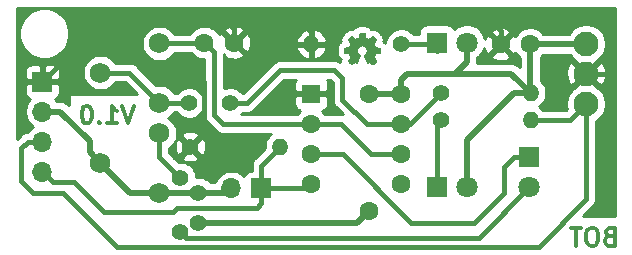
<source format=gbr>
G04 #@! TF.GenerationSoftware,KiCad,Pcbnew,5.1.5-52549c5~86~ubuntu16.04.1*
G04 #@! TF.CreationDate,2020-11-24T19:11:49+05:30*
G04 #@! TF.ProjectId,IR_Sensor_Module_555_V1.0_B,49525f53-656e-4736-9f72-5f4d6f64756c,V1.0*
G04 #@! TF.SameCoordinates,Original*
G04 #@! TF.FileFunction,Copper,L2,Bot*
G04 #@! TF.FilePolarity,Positive*
%FSLAX46Y46*%
G04 Gerber Fmt 4.6, Leading zero omitted, Abs format (unit mm)*
G04 Created by KiCad (PCBNEW 5.1.5-52549c5~86~ubuntu16.04.1) date 2020-11-24 19:11:49*
%MOMM*%
%LPD*%
G04 APERTURE LIST*
%ADD10C,0.300000*%
%ADD11C,0.002540*%
%ADD12C,2.100000*%
%ADD13C,1.800000*%
%ADD14R,1.800000X1.800000*%
%ADD15C,1.750000*%
%ADD16O,1.400000X1.400000*%
%ADD17C,1.400000*%
%ADD18C,1.600000*%
%ADD19R,1.600000X1.600000*%
%ADD20O,1.700000X1.700000*%
%ADD21R,1.700000X1.700000*%
%ADD22C,0.406400*%
%ADD23C,0.508000*%
%ADD24C,0.254000*%
G04 APERTURE END LIST*
D10*
X109600714Y-106950771D02*
X109100714Y-108450771D01*
X108600714Y-106950771D01*
X107315000Y-108450771D02*
X108172142Y-108450771D01*
X107743571Y-108450771D02*
X107743571Y-106950771D01*
X107886428Y-107165057D01*
X108029285Y-107307914D01*
X108172142Y-107379342D01*
X106672142Y-108307914D02*
X106600714Y-108379342D01*
X106672142Y-108450771D01*
X106743571Y-108379342D01*
X106672142Y-108307914D01*
X106672142Y-108450771D01*
X105672142Y-106950771D02*
X105529285Y-106950771D01*
X105386428Y-107022200D01*
X105315000Y-107093628D01*
X105243571Y-107236485D01*
X105172142Y-107522200D01*
X105172142Y-107879342D01*
X105243571Y-108165057D01*
X105315000Y-108307914D01*
X105386428Y-108379342D01*
X105529285Y-108450771D01*
X105672142Y-108450771D01*
X105815000Y-108379342D01*
X105886428Y-108307914D01*
X105957857Y-108165057D01*
X106029285Y-107879342D01*
X106029285Y-107522200D01*
X105957857Y-107236485D01*
X105886428Y-107093628D01*
X105815000Y-107022200D01*
X105672142Y-106950771D01*
X149840000Y-118002857D02*
X149625714Y-118074285D01*
X149554285Y-118145714D01*
X149482857Y-118288571D01*
X149482857Y-118502857D01*
X149554285Y-118645714D01*
X149625714Y-118717142D01*
X149768571Y-118788571D01*
X150340000Y-118788571D01*
X150340000Y-117288571D01*
X149840000Y-117288571D01*
X149697142Y-117360000D01*
X149625714Y-117431428D01*
X149554285Y-117574285D01*
X149554285Y-117717142D01*
X149625714Y-117860000D01*
X149697142Y-117931428D01*
X149840000Y-118002857D01*
X150340000Y-118002857D01*
X148554285Y-117288571D02*
X148268571Y-117288571D01*
X148125714Y-117360000D01*
X147982857Y-117502857D01*
X147911428Y-117788571D01*
X147911428Y-118288571D01*
X147982857Y-118574285D01*
X148125714Y-118717142D01*
X148268571Y-118788571D01*
X148554285Y-118788571D01*
X148697142Y-118717142D01*
X148840000Y-118574285D01*
X148911428Y-118288571D01*
X148911428Y-117788571D01*
X148840000Y-117502857D01*
X148697142Y-117360000D01*
X148554285Y-117288571D01*
X147482857Y-117288571D02*
X146625714Y-117288571D01*
X147054285Y-118788571D02*
X147054285Y-117288571D01*
D11*
G36*
X127995680Y-103454200D02*
G01*
X128013460Y-103446580D01*
X128046480Y-103423720D01*
X128097280Y-103390700D01*
X128155700Y-103352600D01*
X128216660Y-103311960D01*
X128264920Y-103278940D01*
X128300480Y-103256080D01*
X128313180Y-103248460D01*
X128320800Y-103251000D01*
X128348740Y-103266240D01*
X128389380Y-103286560D01*
X128414780Y-103299260D01*
X128452880Y-103314500D01*
X128470660Y-103319580D01*
X128473200Y-103314500D01*
X128488440Y-103284020D01*
X128508760Y-103235760D01*
X128536700Y-103169720D01*
X128569720Y-103093520D01*
X128605280Y-103012240D01*
X128638300Y-102928420D01*
X128671320Y-102849680D01*
X128701800Y-102776020D01*
X128724660Y-102717600D01*
X128739900Y-102676960D01*
X128747520Y-102659180D01*
X128744980Y-102656640D01*
X128727200Y-102638860D01*
X128694180Y-102613460D01*
X128623060Y-102555040D01*
X128551940Y-102468680D01*
X128508760Y-102369620D01*
X128496060Y-102257860D01*
X128506220Y-102156260D01*
X128546860Y-102059740D01*
X128615440Y-101970840D01*
X128699260Y-101904800D01*
X128795780Y-101864160D01*
X128905000Y-101851460D01*
X129009140Y-101861620D01*
X129108200Y-101902260D01*
X129197100Y-101968300D01*
X129235200Y-102011480D01*
X129286000Y-102102920D01*
X129316480Y-102196900D01*
X129319020Y-102219760D01*
X129313940Y-102326440D01*
X129283460Y-102428040D01*
X129227580Y-102516940D01*
X129151380Y-102590600D01*
X129141220Y-102598220D01*
X129105660Y-102626160D01*
X129080260Y-102643940D01*
X129062480Y-102659180D01*
X129197100Y-102981760D01*
X129217420Y-103032560D01*
X129255520Y-103121460D01*
X129286000Y-103197660D01*
X129313940Y-103258620D01*
X129331720Y-103299260D01*
X129339340Y-103314500D01*
X129352040Y-103317040D01*
X129374900Y-103309420D01*
X129420620Y-103286560D01*
X129451100Y-103271320D01*
X129484120Y-103256080D01*
X129499360Y-103248460D01*
X129514600Y-103256080D01*
X129547620Y-103276400D01*
X129593340Y-103309420D01*
X129651760Y-103347520D01*
X129707640Y-103385620D01*
X129758440Y-103418640D01*
X129794000Y-103444040D01*
X129811780Y-103451660D01*
X129814320Y-103451660D01*
X129832100Y-103444040D01*
X129860040Y-103418640D01*
X129903220Y-103378000D01*
X129966720Y-103317040D01*
X129976880Y-103306880D01*
X130027680Y-103256080D01*
X130068320Y-103210360D01*
X130096260Y-103179880D01*
X130106420Y-103167180D01*
X130096260Y-103149400D01*
X130073400Y-103111300D01*
X130040380Y-103060500D01*
X129999740Y-102999540D01*
X129893060Y-102844600D01*
X129951480Y-102699820D01*
X129969260Y-102654100D01*
X129992120Y-102598220D01*
X130009900Y-102560120D01*
X130017520Y-102542340D01*
X130035300Y-102537260D01*
X130073400Y-102527100D01*
X130131820Y-102516940D01*
X130202940Y-102504240D01*
X130268980Y-102491540D01*
X130327400Y-102478840D01*
X130370580Y-102471220D01*
X130390900Y-102468680D01*
X130395980Y-102463600D01*
X130398520Y-102455980D01*
X130401060Y-102435660D01*
X130403600Y-102397560D01*
X130403600Y-102341680D01*
X130403600Y-102257860D01*
X130403600Y-102250240D01*
X130403600Y-102171500D01*
X130401060Y-102108000D01*
X130398520Y-102069900D01*
X130395980Y-102052120D01*
X130378200Y-102047040D01*
X130335020Y-102039420D01*
X130276600Y-102026720D01*
X130205480Y-102014020D01*
X130200400Y-102014020D01*
X130129280Y-101998780D01*
X130070860Y-101986080D01*
X130027680Y-101978460D01*
X130009900Y-101970840D01*
X130007360Y-101965760D01*
X129992120Y-101937820D01*
X129971800Y-101894640D01*
X129948940Y-101841300D01*
X129926080Y-101785420D01*
X129905760Y-101734620D01*
X129893060Y-101699060D01*
X129887980Y-101681280D01*
X129898140Y-101663500D01*
X129923540Y-101627940D01*
X129959100Y-101577140D01*
X129999740Y-101516180D01*
X130002280Y-101511100D01*
X130042920Y-101450140D01*
X130075940Y-101399340D01*
X130098800Y-101363780D01*
X130106420Y-101348540D01*
X130106420Y-101346000D01*
X130093720Y-101328220D01*
X130063240Y-101295200D01*
X130017520Y-101249480D01*
X129966720Y-101196140D01*
X129948940Y-101180900D01*
X129890520Y-101122480D01*
X129849880Y-101086920D01*
X129824480Y-101066600D01*
X129814320Y-101061520D01*
X129811780Y-101061520D01*
X129794000Y-101071680D01*
X129755900Y-101097080D01*
X129705100Y-101132640D01*
X129644140Y-101173280D01*
X129641600Y-101175820D01*
X129580640Y-101216460D01*
X129529840Y-101252020D01*
X129494280Y-101274880D01*
X129479040Y-101282500D01*
X129476500Y-101282500D01*
X129453640Y-101277420D01*
X129410460Y-101262180D01*
X129357120Y-101241860D01*
X129301240Y-101219000D01*
X129250440Y-101198680D01*
X129214880Y-101180900D01*
X129197100Y-101170740D01*
X129194560Y-101170740D01*
X129189480Y-101147880D01*
X129179320Y-101102160D01*
X129166620Y-101041200D01*
X129151380Y-100967540D01*
X129148840Y-100957380D01*
X129136140Y-100883720D01*
X129125980Y-100825300D01*
X129115820Y-100784660D01*
X129113280Y-100766880D01*
X129103120Y-100766880D01*
X129067560Y-100764340D01*
X129014220Y-100761800D01*
X128948180Y-100761800D01*
X128882140Y-100761800D01*
X128816100Y-100761800D01*
X128760220Y-100764340D01*
X128719580Y-100766880D01*
X128701800Y-100771960D01*
X128696720Y-100794820D01*
X128686560Y-100838000D01*
X128673860Y-100901500D01*
X128658620Y-100975160D01*
X128656080Y-100987860D01*
X128643380Y-101058980D01*
X128630680Y-101117400D01*
X128623060Y-101158040D01*
X128617980Y-101173280D01*
X128612900Y-101175820D01*
X128582420Y-101191060D01*
X128534160Y-101208840D01*
X128475740Y-101234240D01*
X128338580Y-101290120D01*
X128170940Y-101173280D01*
X128155700Y-101163120D01*
X128094740Y-101122480D01*
X128043940Y-101089460D01*
X128008380Y-101066600D01*
X127995680Y-101058980D01*
X127993140Y-101058980D01*
X127977900Y-101074220D01*
X127944880Y-101104700D01*
X127899160Y-101150420D01*
X127845820Y-101201220D01*
X127805180Y-101241860D01*
X127759460Y-101287580D01*
X127731520Y-101320600D01*
X127713740Y-101340920D01*
X127708660Y-101353620D01*
X127711200Y-101361240D01*
X127721360Y-101379020D01*
X127746760Y-101414580D01*
X127779780Y-101467920D01*
X127820420Y-101526340D01*
X127855980Y-101577140D01*
X127891540Y-101633020D01*
X127914400Y-101673660D01*
X127924560Y-101691440D01*
X127922020Y-101701600D01*
X127909320Y-101734620D01*
X127889000Y-101782880D01*
X127863600Y-101843840D01*
X127805180Y-101975920D01*
X127718820Y-101993700D01*
X127665480Y-102003860D01*
X127591820Y-102016560D01*
X127520700Y-102031800D01*
X127408940Y-102052120D01*
X127406400Y-102455980D01*
X127424180Y-102463600D01*
X127439420Y-102468680D01*
X127480060Y-102478840D01*
X127538480Y-102489000D01*
X127607060Y-102501700D01*
X127668020Y-102514400D01*
X127726440Y-102524560D01*
X127769620Y-102532180D01*
X127787400Y-102537260D01*
X127792480Y-102542340D01*
X127807720Y-102572820D01*
X127828040Y-102618540D01*
X127850900Y-102671880D01*
X127876300Y-102730300D01*
X127896620Y-102781100D01*
X127911860Y-102821740D01*
X127916940Y-102842060D01*
X127909320Y-102857300D01*
X127886460Y-102892860D01*
X127853440Y-102943660D01*
X127812800Y-103002080D01*
X127772160Y-103060500D01*
X127739140Y-103111300D01*
X127713740Y-103146860D01*
X127706120Y-103164640D01*
X127711200Y-103174800D01*
X127734060Y-103202740D01*
X127777240Y-103248460D01*
X127843280Y-103314500D01*
X127855980Y-103324660D01*
X127906780Y-103375460D01*
X127952500Y-103416100D01*
X127982980Y-103444040D01*
X127995680Y-103454200D01*
G37*
X127995680Y-103454200D02*
X128013460Y-103446580D01*
X128046480Y-103423720D01*
X128097280Y-103390700D01*
X128155700Y-103352600D01*
X128216660Y-103311960D01*
X128264920Y-103278940D01*
X128300480Y-103256080D01*
X128313180Y-103248460D01*
X128320800Y-103251000D01*
X128348740Y-103266240D01*
X128389380Y-103286560D01*
X128414780Y-103299260D01*
X128452880Y-103314500D01*
X128470660Y-103319580D01*
X128473200Y-103314500D01*
X128488440Y-103284020D01*
X128508760Y-103235760D01*
X128536700Y-103169720D01*
X128569720Y-103093520D01*
X128605280Y-103012240D01*
X128638300Y-102928420D01*
X128671320Y-102849680D01*
X128701800Y-102776020D01*
X128724660Y-102717600D01*
X128739900Y-102676960D01*
X128747520Y-102659180D01*
X128744980Y-102656640D01*
X128727200Y-102638860D01*
X128694180Y-102613460D01*
X128623060Y-102555040D01*
X128551940Y-102468680D01*
X128508760Y-102369620D01*
X128496060Y-102257860D01*
X128506220Y-102156260D01*
X128546860Y-102059740D01*
X128615440Y-101970840D01*
X128699260Y-101904800D01*
X128795780Y-101864160D01*
X128905000Y-101851460D01*
X129009140Y-101861620D01*
X129108200Y-101902260D01*
X129197100Y-101968300D01*
X129235200Y-102011480D01*
X129286000Y-102102920D01*
X129316480Y-102196900D01*
X129319020Y-102219760D01*
X129313940Y-102326440D01*
X129283460Y-102428040D01*
X129227580Y-102516940D01*
X129151380Y-102590600D01*
X129141220Y-102598220D01*
X129105660Y-102626160D01*
X129080260Y-102643940D01*
X129062480Y-102659180D01*
X129197100Y-102981760D01*
X129217420Y-103032560D01*
X129255520Y-103121460D01*
X129286000Y-103197660D01*
X129313940Y-103258620D01*
X129331720Y-103299260D01*
X129339340Y-103314500D01*
X129352040Y-103317040D01*
X129374900Y-103309420D01*
X129420620Y-103286560D01*
X129451100Y-103271320D01*
X129484120Y-103256080D01*
X129499360Y-103248460D01*
X129514600Y-103256080D01*
X129547620Y-103276400D01*
X129593340Y-103309420D01*
X129651760Y-103347520D01*
X129707640Y-103385620D01*
X129758440Y-103418640D01*
X129794000Y-103444040D01*
X129811780Y-103451660D01*
X129814320Y-103451660D01*
X129832100Y-103444040D01*
X129860040Y-103418640D01*
X129903220Y-103378000D01*
X129966720Y-103317040D01*
X129976880Y-103306880D01*
X130027680Y-103256080D01*
X130068320Y-103210360D01*
X130096260Y-103179880D01*
X130106420Y-103167180D01*
X130096260Y-103149400D01*
X130073400Y-103111300D01*
X130040380Y-103060500D01*
X129999740Y-102999540D01*
X129893060Y-102844600D01*
X129951480Y-102699820D01*
X129969260Y-102654100D01*
X129992120Y-102598220D01*
X130009900Y-102560120D01*
X130017520Y-102542340D01*
X130035300Y-102537260D01*
X130073400Y-102527100D01*
X130131820Y-102516940D01*
X130202940Y-102504240D01*
X130268980Y-102491540D01*
X130327400Y-102478840D01*
X130370580Y-102471220D01*
X130390900Y-102468680D01*
X130395980Y-102463600D01*
X130398520Y-102455980D01*
X130401060Y-102435660D01*
X130403600Y-102397560D01*
X130403600Y-102341680D01*
X130403600Y-102257860D01*
X130403600Y-102250240D01*
X130403600Y-102171500D01*
X130401060Y-102108000D01*
X130398520Y-102069900D01*
X130395980Y-102052120D01*
X130378200Y-102047040D01*
X130335020Y-102039420D01*
X130276600Y-102026720D01*
X130205480Y-102014020D01*
X130200400Y-102014020D01*
X130129280Y-101998780D01*
X130070860Y-101986080D01*
X130027680Y-101978460D01*
X130009900Y-101970840D01*
X130007360Y-101965760D01*
X129992120Y-101937820D01*
X129971800Y-101894640D01*
X129948940Y-101841300D01*
X129926080Y-101785420D01*
X129905760Y-101734620D01*
X129893060Y-101699060D01*
X129887980Y-101681280D01*
X129898140Y-101663500D01*
X129923540Y-101627940D01*
X129959100Y-101577140D01*
X129999740Y-101516180D01*
X130002280Y-101511100D01*
X130042920Y-101450140D01*
X130075940Y-101399340D01*
X130098800Y-101363780D01*
X130106420Y-101348540D01*
X130106420Y-101346000D01*
X130093720Y-101328220D01*
X130063240Y-101295200D01*
X130017520Y-101249480D01*
X129966720Y-101196140D01*
X129948940Y-101180900D01*
X129890520Y-101122480D01*
X129849880Y-101086920D01*
X129824480Y-101066600D01*
X129814320Y-101061520D01*
X129811780Y-101061520D01*
X129794000Y-101071680D01*
X129755900Y-101097080D01*
X129705100Y-101132640D01*
X129644140Y-101173280D01*
X129641600Y-101175820D01*
X129580640Y-101216460D01*
X129529840Y-101252020D01*
X129494280Y-101274880D01*
X129479040Y-101282500D01*
X129476500Y-101282500D01*
X129453640Y-101277420D01*
X129410460Y-101262180D01*
X129357120Y-101241860D01*
X129301240Y-101219000D01*
X129250440Y-101198680D01*
X129214880Y-101180900D01*
X129197100Y-101170740D01*
X129194560Y-101170740D01*
X129189480Y-101147880D01*
X129179320Y-101102160D01*
X129166620Y-101041200D01*
X129151380Y-100967540D01*
X129148840Y-100957380D01*
X129136140Y-100883720D01*
X129125980Y-100825300D01*
X129115820Y-100784660D01*
X129113280Y-100766880D01*
X129103120Y-100766880D01*
X129067560Y-100764340D01*
X129014220Y-100761800D01*
X128948180Y-100761800D01*
X128882140Y-100761800D01*
X128816100Y-100761800D01*
X128760220Y-100764340D01*
X128719580Y-100766880D01*
X128701800Y-100771960D01*
X128696720Y-100794820D01*
X128686560Y-100838000D01*
X128673860Y-100901500D01*
X128658620Y-100975160D01*
X128656080Y-100987860D01*
X128643380Y-101058980D01*
X128630680Y-101117400D01*
X128623060Y-101158040D01*
X128617980Y-101173280D01*
X128612900Y-101175820D01*
X128582420Y-101191060D01*
X128534160Y-101208840D01*
X128475740Y-101234240D01*
X128338580Y-101290120D01*
X128170940Y-101173280D01*
X128155700Y-101163120D01*
X128094740Y-101122480D01*
X128043940Y-101089460D01*
X128008380Y-101066600D01*
X127995680Y-101058980D01*
X127993140Y-101058980D01*
X127977900Y-101074220D01*
X127944880Y-101104700D01*
X127899160Y-101150420D01*
X127845820Y-101201220D01*
X127805180Y-101241860D01*
X127759460Y-101287580D01*
X127731520Y-101320600D01*
X127713740Y-101340920D01*
X127708660Y-101353620D01*
X127711200Y-101361240D01*
X127721360Y-101379020D01*
X127746760Y-101414580D01*
X127779780Y-101467920D01*
X127820420Y-101526340D01*
X127855980Y-101577140D01*
X127891540Y-101633020D01*
X127914400Y-101673660D01*
X127924560Y-101691440D01*
X127922020Y-101701600D01*
X127909320Y-101734620D01*
X127889000Y-101782880D01*
X127863600Y-101843840D01*
X127805180Y-101975920D01*
X127718820Y-101993700D01*
X127665480Y-102003860D01*
X127591820Y-102016560D01*
X127520700Y-102031800D01*
X127408940Y-102052120D01*
X127406400Y-102455980D01*
X127424180Y-102463600D01*
X127439420Y-102468680D01*
X127480060Y-102478840D01*
X127538480Y-102489000D01*
X127607060Y-102501700D01*
X127668020Y-102514400D01*
X127726440Y-102524560D01*
X127769620Y-102532180D01*
X127787400Y-102537260D01*
X127792480Y-102542340D01*
X127807720Y-102572820D01*
X127828040Y-102618540D01*
X127850900Y-102671880D01*
X127876300Y-102730300D01*
X127896620Y-102781100D01*
X127911860Y-102821740D01*
X127916940Y-102842060D01*
X127909320Y-102857300D01*
X127886460Y-102892860D01*
X127853440Y-102943660D01*
X127812800Y-103002080D01*
X127772160Y-103060500D01*
X127739140Y-103111300D01*
X127713740Y-103146860D01*
X127706120Y-103164640D01*
X127711200Y-103174800D01*
X127734060Y-103202740D01*
X127777240Y-103248460D01*
X127843280Y-103314500D01*
X127855980Y-103324660D01*
X127906780Y-103375460D01*
X127952500Y-103416100D01*
X127982980Y-103444040D01*
X127995680Y-103454200D01*
D12*
X147878800Y-101701600D03*
X147878800Y-104241600D03*
X147878800Y-106781600D03*
D13*
X137795000Y-101600000D03*
D14*
X135255000Y-101600000D03*
D13*
X137795000Y-113792000D03*
D14*
X135255000Y-113792000D03*
D15*
X111760000Y-114300000D03*
X106760000Y-111760000D03*
X111760000Y-109300000D03*
D16*
X124612400Y-101727000D03*
D17*
X132232400Y-101727000D03*
D18*
X132232400Y-105943400D03*
X132232400Y-108483400D03*
X132232400Y-111023400D03*
X132232400Y-113563400D03*
X124612400Y-113563400D03*
X124612400Y-111023400D03*
X124612400Y-108483400D03*
D19*
X124612400Y-105943400D03*
D16*
X143179800Y-105867200D03*
D17*
X135559800Y-105867200D03*
D16*
X143179800Y-108153200D03*
D17*
X135559800Y-108153200D03*
D16*
X121996200Y-110413800D03*
D17*
X114376200Y-110413800D03*
D18*
X140654400Y-101752400D03*
X143154400Y-101752400D03*
X118070000Y-101600000D03*
X115570000Y-101600000D03*
D15*
X111760000Y-106680000D03*
X106760000Y-104140000D03*
X111760000Y-101680000D03*
D20*
X101854000Y-112522000D03*
X101854000Y-109982000D03*
X101854000Y-107442000D03*
D21*
X101854000Y-104902000D03*
D20*
X117856000Y-113944400D03*
D21*
X120396000Y-113944400D03*
D13*
X143052800Y-113868200D03*
D14*
X143052800Y-111328200D03*
D17*
X122453400Y-105943400D03*
X122468336Y-101744975D03*
D18*
X129540000Y-105918000D03*
X129540000Y-115824000D03*
D17*
X115062000Y-114300000D03*
X115062000Y-116840000D03*
X113538000Y-117602000D03*
X113538000Y-113030000D03*
X114274600Y-106705400D03*
X117754400Y-106705400D03*
D22*
X149606000Y-104241600D02*
X147878800Y-104241600D01*
X149339210Y-99428210D02*
X150266400Y-100355400D01*
X150266400Y-100355400D02*
X150266400Y-103581200D01*
X150266400Y-103581200D02*
X149606000Y-104241600D01*
X117029580Y-99428210D02*
X116967000Y-99428210D01*
X118070000Y-101600000D02*
X118070000Y-100468630D01*
X118070000Y-100468630D02*
X117029580Y-99428210D01*
X123316349Y-99441000D02*
X123037600Y-99441000D01*
X124612400Y-100737051D02*
X123316349Y-99441000D01*
X124612400Y-101727000D02*
X124612400Y-100737051D01*
X123037600Y-99441000D02*
X149339210Y-99428210D01*
X140654400Y-101752400D02*
X140654400Y-100621030D01*
X139461580Y-99428210D02*
X139369800Y-99428210D01*
X140654400Y-100621030D02*
X139461580Y-99428210D01*
X108369010Y-99428210D02*
X108331000Y-99428210D01*
X124612400Y-105943400D02*
X122453400Y-105943400D01*
X122486311Y-101727000D02*
X122468336Y-101744975D01*
X124612400Y-101727000D02*
X122486311Y-101727000D01*
X107327790Y-99428210D02*
X108369010Y-99428210D01*
X101854000Y-104902000D02*
X107327790Y-99428210D01*
X108369010Y-99428210D02*
X117029580Y-99428210D01*
X123024810Y-99428210D02*
X123037600Y-99441000D01*
X117029580Y-99428210D02*
X123024810Y-99428210D01*
X115570000Y-109220000D02*
X114376200Y-110413800D01*
X108369010Y-99428210D02*
X109499400Y-100558600D01*
X109499400Y-101879400D02*
X111252000Y-103632000D01*
X109499400Y-100558600D02*
X109499400Y-101879400D01*
X111252000Y-103632000D02*
X114300000Y-103632000D01*
X114300000Y-103632000D02*
X115570000Y-104902000D01*
X115570000Y-104902000D02*
X115570000Y-109220000D01*
X115490000Y-101680000D02*
X115570000Y-101600000D01*
X111760000Y-101680000D02*
X115490000Y-101680000D01*
X124612400Y-108483400D02*
X127127000Y-108483400D01*
X129667000Y-111023400D02*
X132232400Y-111023400D01*
X127127000Y-108483400D02*
X129667000Y-111023400D01*
X124612400Y-108483400D02*
X117754400Y-108483400D01*
X116369999Y-102399999D02*
X116369999Y-107733999D01*
X115570000Y-101600000D02*
X116369999Y-102399999D01*
X117119400Y-108483400D02*
X117754400Y-108483400D01*
X116369999Y-107733999D02*
X117119400Y-108483400D01*
D23*
X112115600Y-113944400D02*
X111760000Y-114300000D01*
X109300000Y-114300000D02*
X111760000Y-114300000D01*
X106760000Y-111760000D02*
X109300000Y-114300000D01*
X147828000Y-101752400D02*
X147878800Y-101701600D01*
X143154400Y-101752400D02*
X147828000Y-101752400D01*
X143154400Y-105841800D02*
X143179800Y-105867200D01*
X143154400Y-101752400D02*
X143154400Y-105841800D01*
X132232400Y-105943400D02*
X132232400Y-104749600D01*
X132232400Y-104749600D02*
X132740400Y-104241600D01*
X137795000Y-101600000D02*
X137795000Y-103251000D01*
X136804400Y-104241600D02*
X132740400Y-104241600D01*
X137795000Y-103251000D02*
X136804400Y-104241600D01*
X141554200Y-104241600D02*
X143179800Y-105867200D01*
X136804400Y-104241600D02*
X141554200Y-104241600D01*
X132232400Y-105943400D02*
X129565400Y-105943400D01*
X129565400Y-105943400D02*
X129540000Y-105918000D01*
X111760000Y-114300000D02*
X112997436Y-114300000D01*
X112997436Y-114300000D02*
X113679922Y-114300000D01*
X113679922Y-114300000D02*
X114808000Y-114300000D01*
X101854000Y-107442000D02*
X103378000Y-107442000D01*
X105885001Y-109949001D02*
X103378000Y-107442000D01*
X105885001Y-110885001D02*
X105885001Y-109949001D01*
X106760000Y-111760000D02*
X105885001Y-110885001D01*
X141782800Y-105867200D02*
X143179800Y-105867200D01*
X137795000Y-113792000D02*
X137795000Y-109855000D01*
X137795000Y-109855000D02*
X141782800Y-105867200D01*
X128524000Y-116840000D02*
X129540000Y-115824000D01*
X115062000Y-116840000D02*
X128524000Y-116840000D01*
X117500400Y-114300000D02*
X117856000Y-113944400D01*
X115062000Y-114300000D02*
X117500400Y-114300000D01*
D22*
X111760000Y-111252000D02*
X113538000Y-113030000D01*
X111760000Y-109300000D02*
X111760000Y-111252000D01*
X113538000Y-117602000D02*
X113792000Y-117602000D01*
X143052800Y-113868200D02*
X138811000Y-118110000D01*
X138811000Y-118110000D02*
X138049000Y-118110000D01*
X138049000Y-118110000D02*
X138557000Y-118110000D01*
X114046000Y-118110000D02*
X113538000Y-117602000D01*
X138049000Y-118110000D02*
X114046000Y-118110000D01*
X141746400Y-111328200D02*
X143052800Y-111328200D01*
X133096000Y-116840000D02*
X138430000Y-116840000D01*
X124612400Y-111023400D02*
X127279400Y-111023400D01*
X140970000Y-114300000D02*
X140970000Y-112104600D01*
X127279400Y-111023400D02*
X133096000Y-116840000D01*
X138430000Y-116840000D02*
X140970000Y-114300000D01*
X140970000Y-112104600D02*
X141746400Y-111328200D01*
X135255000Y-108458000D02*
X135559800Y-108153200D01*
X135255000Y-113792000D02*
X135255000Y-108458000D01*
X134645400Y-101727000D02*
X135255000Y-102336600D01*
X132232400Y-101727000D02*
X134645400Y-101727000D01*
X102703999Y-113371999D02*
X104481999Y-113371999D01*
X101854000Y-112522000D02*
X102703999Y-113371999D01*
X104481999Y-113371999D02*
X107075380Y-115965380D01*
X112888620Y-115965380D02*
X107075380Y-115965380D01*
X113284000Y-115570000D02*
X112888620Y-115965380D01*
X120026800Y-115570000D02*
X120396000Y-115200800D01*
X120396000Y-115200800D02*
X120396000Y-113944400D01*
X113284000Y-115570000D02*
X120026800Y-115570000D01*
X120396000Y-112014000D02*
X121996200Y-110413800D01*
X120396000Y-113944400D02*
X120396000Y-112014000D01*
X124231400Y-113944400D02*
X124612400Y-113563400D01*
X120396000Y-113944400D02*
X124231400Y-113944400D01*
X146507200Y-108153200D02*
X143179800Y-108153200D01*
X147878800Y-106781600D02*
X146507200Y-108153200D01*
X143865600Y-118872000D02*
X147878800Y-114858800D01*
X147878800Y-114858800D02*
X147878800Y-106781600D01*
X100651919Y-109982000D02*
X100076000Y-110557919D01*
X101854000Y-109982000D02*
X100651919Y-109982000D01*
X100076000Y-110557919D02*
X100076000Y-113284000D01*
X100076000Y-113284000D02*
X101092000Y-114300000D01*
X101092000Y-114300000D02*
X103632000Y-114300000D01*
X103632000Y-114300000D02*
X108204000Y-118872000D01*
X108204000Y-118872000D02*
X143865600Y-118872000D01*
X109220000Y-104140000D02*
X111760000Y-106680000D01*
X106760000Y-104140000D02*
X109220000Y-104140000D01*
X132943600Y-108483400D02*
X132232400Y-108483400D01*
X135559800Y-105867200D02*
X132943600Y-108483400D01*
X111760000Y-106680000D02*
X114249200Y-106680000D01*
X114249200Y-106680000D02*
X114274600Y-106705400D01*
X119202200Y-106705400D02*
X117754400Y-106705400D01*
X126554430Y-103936800D02*
X121970800Y-103936800D01*
X121970800Y-103936800D02*
X119202200Y-106705400D01*
X132232400Y-108483400D02*
X129311400Y-108483400D01*
X129311400Y-108483400D02*
X127254000Y-106426000D01*
X127254000Y-104636370D02*
X126554430Y-103936800D01*
X127254000Y-106426000D02*
X127254000Y-104636370D01*
D24*
G36*
X150340001Y-116320000D02*
G01*
X147602994Y-116320000D01*
X148442389Y-115480605D01*
X148474364Y-115454364D01*
X148514527Y-115405426D01*
X148579109Y-115326732D01*
X148656942Y-115181117D01*
X148704871Y-115023116D01*
X148708693Y-114984312D01*
X148717000Y-114899970D01*
X148717000Y-114899963D01*
X148721054Y-114858800D01*
X148717000Y-114817637D01*
X148717000Y-108248065D01*
X148952925Y-108090425D01*
X149187625Y-107855725D01*
X149372028Y-107579747D01*
X149499046Y-107273096D01*
X149563800Y-106947558D01*
X149563800Y-106615642D01*
X149499046Y-106290104D01*
X149372028Y-105983453D01*
X149187625Y-105707475D01*
X148952925Y-105472775D01*
X148868791Y-105416558D01*
X148870261Y-105412666D01*
X147878800Y-104421205D01*
X146887339Y-105412666D01*
X146888809Y-105416558D01*
X146804675Y-105472775D01*
X146569975Y-105707475D01*
X146385572Y-105983453D01*
X146258554Y-106290104D01*
X146193800Y-106615642D01*
X146193800Y-106947558D01*
X146249156Y-107225851D01*
X146160007Y-107315000D01*
X144225323Y-107315000D01*
X144216762Y-107302187D01*
X144030813Y-107116238D01*
X143872115Y-107010200D01*
X144030813Y-106904162D01*
X144216762Y-106718213D01*
X144362861Y-106499559D01*
X144463496Y-106256605D01*
X144514800Y-105998686D01*
X144514800Y-105735714D01*
X144463496Y-105477795D01*
X144362861Y-105234841D01*
X144216762Y-105016187D01*
X144043400Y-104842825D01*
X144043400Y-104302217D01*
X146186734Y-104302217D01*
X146231072Y-104631157D01*
X146338731Y-104945127D01*
X146438221Y-105131261D01*
X146707734Y-105233061D01*
X147699195Y-104241600D01*
X148058405Y-104241600D01*
X149049866Y-105233061D01*
X149319379Y-105131261D01*
X149465263Y-104833123D01*
X149550180Y-104512254D01*
X149570866Y-104180983D01*
X149526528Y-103852043D01*
X149418869Y-103538073D01*
X149319379Y-103351939D01*
X149049866Y-103250139D01*
X148058405Y-104241600D01*
X147699195Y-104241600D01*
X146707734Y-103250139D01*
X146438221Y-103351939D01*
X146292337Y-103650077D01*
X146207420Y-103970946D01*
X146186734Y-104302217D01*
X144043400Y-104302217D01*
X144043400Y-102884249D01*
X144069159Y-102867037D01*
X144269037Y-102667159D01*
X144286249Y-102641400D01*
X146480222Y-102641400D01*
X146569975Y-102775725D01*
X146804675Y-103010425D01*
X146888809Y-103066642D01*
X146887339Y-103070534D01*
X147878800Y-104061995D01*
X148870261Y-103070534D01*
X148868791Y-103066642D01*
X148952925Y-103010425D01*
X149187625Y-102775725D01*
X149372028Y-102499747D01*
X149499046Y-102193096D01*
X149563800Y-101867558D01*
X149563800Y-101535642D01*
X149499046Y-101210104D01*
X149372028Y-100903453D01*
X149187625Y-100627475D01*
X148952925Y-100392775D01*
X148676947Y-100208372D01*
X148370296Y-100081354D01*
X148044758Y-100016600D01*
X147712842Y-100016600D01*
X147387304Y-100081354D01*
X147080653Y-100208372D01*
X146804675Y-100392775D01*
X146569975Y-100627475D01*
X146412335Y-100863400D01*
X144286249Y-100863400D01*
X144269037Y-100837641D01*
X144069159Y-100637763D01*
X143834127Y-100480720D01*
X143572974Y-100372547D01*
X143295735Y-100317400D01*
X143013065Y-100317400D01*
X142735826Y-100372547D01*
X142474673Y-100480720D01*
X142239641Y-100637763D01*
X142039763Y-100837641D01*
X141905708Y-101038269D01*
X141891071Y-101010886D01*
X141647102Y-100939303D01*
X140834005Y-101752400D01*
X141647102Y-102565497D01*
X141891071Y-102493914D01*
X141904724Y-102465059D01*
X142039763Y-102667159D01*
X142239641Y-102867037D01*
X142265400Y-102884249D01*
X142265400Y-103695565D01*
X142213699Y-103643864D01*
X142185859Y-103609941D01*
X142050491Y-103498847D01*
X141896051Y-103416297D01*
X141728474Y-103365464D01*
X141597867Y-103352600D01*
X141597860Y-103352600D01*
X141554200Y-103348300D01*
X141510540Y-103352600D01*
X138678294Y-103352600D01*
X138684000Y-103294667D01*
X138684000Y-103294660D01*
X138688300Y-103251000D01*
X138684000Y-103207340D01*
X138684000Y-102852117D01*
X138773505Y-102792312D01*
X138820715Y-102745102D01*
X139841303Y-102745102D01*
X139912886Y-102989071D01*
X140168396Y-103109971D01*
X140442584Y-103178700D01*
X140724912Y-103192617D01*
X141004530Y-103151187D01*
X141270692Y-103056003D01*
X141395914Y-102989071D01*
X141467497Y-102745102D01*
X140654400Y-101932005D01*
X139841303Y-102745102D01*
X138820715Y-102745102D01*
X138987312Y-102578505D01*
X139155299Y-102327095D01*
X139253691Y-102089557D01*
X139255613Y-102102530D01*
X139350797Y-102368692D01*
X139417729Y-102493914D01*
X139661698Y-102565497D01*
X140474795Y-101752400D01*
X139661698Y-100939303D01*
X139417729Y-101010886D01*
X139296829Y-101266396D01*
X139295093Y-101273324D01*
X139271011Y-101152257D01*
X139155299Y-100872905D01*
X139079657Y-100759698D01*
X139841303Y-100759698D01*
X140654400Y-101572795D01*
X141467497Y-100759698D01*
X141395914Y-100515729D01*
X141140404Y-100394829D01*
X140866216Y-100326100D01*
X140583888Y-100312183D01*
X140304270Y-100353613D01*
X140038108Y-100448797D01*
X139912886Y-100515729D01*
X139841303Y-100759698D01*
X139079657Y-100759698D01*
X138987312Y-100621495D01*
X138773505Y-100407688D01*
X138522095Y-100239701D01*
X138242743Y-100123989D01*
X137946184Y-100065000D01*
X137643816Y-100065000D01*
X137347257Y-100123989D01*
X137067905Y-100239701D01*
X136816495Y-100407688D01*
X136750056Y-100474127D01*
X136744502Y-100455820D01*
X136685537Y-100345506D01*
X136606185Y-100248815D01*
X136509494Y-100169463D01*
X136399180Y-100110498D01*
X136279482Y-100074188D01*
X136155000Y-100061928D01*
X134355000Y-100061928D01*
X134230518Y-100074188D01*
X134110820Y-100110498D01*
X134000506Y-100169463D01*
X133903815Y-100248815D01*
X133824463Y-100345506D01*
X133765498Y-100455820D01*
X133729188Y-100575518D01*
X133716928Y-100700000D01*
X133716928Y-100888800D01*
X133277923Y-100888800D01*
X133269362Y-100875987D01*
X133083413Y-100690038D01*
X132864759Y-100543939D01*
X132621805Y-100443304D01*
X132363886Y-100392000D01*
X132100914Y-100392000D01*
X131842995Y-100443304D01*
X131600041Y-100543939D01*
X131381387Y-100690038D01*
X131195438Y-100875987D01*
X131049339Y-101094641D01*
X130948704Y-101337595D01*
X130897400Y-101595514D01*
X130897400Y-101663171D01*
X130885848Y-101646079D01*
X130877635Y-101637939D01*
X130870821Y-101628605D01*
X130833595Y-101594289D01*
X130797650Y-101558663D01*
X130788023Y-101552280D01*
X130779517Y-101544439D01*
X130736327Y-101518004D01*
X130721490Y-101508166D01*
X130723122Y-101498682D01*
X130728786Y-101480828D01*
X130730463Y-101465873D01*
X130732904Y-101457169D01*
X130735091Y-101429141D01*
X130741010Y-101394752D01*
X130740541Y-101376030D01*
X130742628Y-101357424D01*
X130742690Y-101348540D01*
X130742690Y-101346000D01*
X130742071Y-101339692D01*
X130742565Y-101333367D01*
X130738640Y-101300144D01*
X130737900Y-101270613D01*
X130733275Y-101249980D01*
X130730572Y-101222415D01*
X130728739Y-101216344D01*
X130727995Y-101210046D01*
X130716055Y-101173161D01*
X130710738Y-101149442D01*
X130703797Y-101133731D01*
X130694681Y-101103536D01*
X130691704Y-101097937D01*
X130689751Y-101091904D01*
X130668391Y-101053587D01*
X130660557Y-101035854D01*
X130652845Y-101024855D01*
X130636383Y-100993894D01*
X130632377Y-100988982D01*
X130629288Y-100983441D01*
X130624174Y-100976176D01*
X130611474Y-100958396D01*
X130588195Y-100931747D01*
X130567234Y-100903221D01*
X130561253Y-100896651D01*
X130530773Y-100863631D01*
X130524573Y-100858108D01*
X130519389Y-100851615D01*
X130513151Y-100845289D01*
X130472907Y-100805045D01*
X130427467Y-100757333D01*
X130406896Y-100739578D01*
X130405089Y-100737315D01*
X130398851Y-100730989D01*
X130398067Y-100730205D01*
X130387504Y-100718877D01*
X130381649Y-100713787D01*
X130340431Y-100672569D01*
X130327467Y-100661920D01*
X130316152Y-100649535D01*
X130309507Y-100643638D01*
X130268867Y-100608078D01*
X130261044Y-100602480D01*
X130254253Y-100595675D01*
X130247355Y-100590077D01*
X130221955Y-100569757D01*
X130221511Y-100569468D01*
X130221132Y-100569100D01*
X130183620Y-100544772D01*
X130173792Y-100536525D01*
X130155175Y-100526290D01*
X130117881Y-100502016D01*
X130117393Y-100501820D01*
X130116947Y-100501531D01*
X130109028Y-100497503D01*
X130098869Y-100492423D01*
X130081382Y-100485723D01*
X130064973Y-100476702D01*
X130023514Y-100463550D01*
X129982911Y-100447993D01*
X129964462Y-100444818D01*
X129946608Y-100439154D01*
X129903388Y-100434306D01*
X129872266Y-100428950D01*
X129863419Y-100427349D01*
X129863006Y-100427356D01*
X129860532Y-100426930D01*
X129841810Y-100427399D01*
X129823204Y-100425312D01*
X129814320Y-100425250D01*
X129811780Y-100425250D01*
X129775601Y-100428798D01*
X129739257Y-100429397D01*
X129713954Y-100434842D01*
X129688195Y-100437368D01*
X129662079Y-100445253D01*
X129661339Y-100443660D01*
X129652574Y-100431653D01*
X129645688Y-100418482D01*
X129616025Y-100381589D01*
X129588121Y-100343365D01*
X129577195Y-100333293D01*
X129567878Y-100321705D01*
X129531618Y-100291279D01*
X129496817Y-100259199D01*
X129484136Y-100251437D01*
X129472752Y-100241885D01*
X129431284Y-100219088D01*
X129390903Y-100194372D01*
X129376955Y-100189221D01*
X129363933Y-100182062D01*
X129318825Y-100167753D01*
X129274416Y-100151352D01*
X129259737Y-100149009D01*
X129245568Y-100144514D01*
X129198523Y-100139237D01*
X129151790Y-100131777D01*
X129145453Y-100132013D01*
X129112892Y-100129687D01*
X129109773Y-100129769D01*
X129106695Y-100129275D01*
X129097824Y-100128790D01*
X129044484Y-100126250D01*
X129033767Y-100126788D01*
X129023104Y-100125592D01*
X129014220Y-100125530D01*
X128816100Y-100125530D01*
X128806105Y-100126510D01*
X128796086Y-100125845D01*
X128787209Y-100126186D01*
X128731328Y-100128726D01*
X128730366Y-100128865D01*
X128729401Y-100128817D01*
X128720530Y-100129309D01*
X128679891Y-100131849D01*
X128677858Y-100132177D01*
X128675801Y-100132118D01*
X128616504Y-100142089D01*
X128606268Y-100143743D01*
X128597101Y-100144363D01*
X128589113Y-100146514D01*
X128557302Y-100151653D01*
X128555378Y-100152368D01*
X128553342Y-100152710D01*
X128544783Y-100155091D01*
X128527003Y-100160171D01*
X128502563Y-100169820D01*
X128477194Y-100176652D01*
X128444947Y-100192569D01*
X128411502Y-100205774D01*
X128389407Y-100219983D01*
X128365842Y-100231615D01*
X128337297Y-100253496D01*
X128307057Y-100272943D01*
X128288144Y-100291173D01*
X128267287Y-100307160D01*
X128243536Y-100334168D01*
X128217650Y-100359119D01*
X128202632Y-100380682D01*
X128185283Y-100400411D01*
X128167240Y-100431500D01*
X128157217Y-100445892D01*
X128127968Y-100436614D01*
X128108965Y-100434483D01*
X128090427Y-100429804D01*
X128047389Y-100427576D01*
X128004564Y-100422772D01*
X127995680Y-100422710D01*
X127993140Y-100422710D01*
X127979413Y-100424056D01*
X127966415Y-100423383D01*
X127926556Y-100429152D01*
X127876098Y-100433567D01*
X127872880Y-100434502D01*
X127869555Y-100434828D01*
X127853170Y-100439775D01*
X127843517Y-100441172D01*
X127813742Y-100451679D01*
X127813291Y-100451815D01*
X127756850Y-100468213D01*
X127753884Y-100469751D01*
X127750676Y-100470719D01*
X127732708Y-100480273D01*
X127726416Y-100482493D01*
X127707830Y-100493501D01*
X127698738Y-100498335D01*
X127646603Y-100525359D01*
X127643989Y-100527446D01*
X127641034Y-100529017D01*
X127622923Y-100543788D01*
X127619571Y-100545773D01*
X127610176Y-100554184D01*
X127595466Y-100566181D01*
X127549555Y-100602831D01*
X127544901Y-100607420D01*
X127544802Y-100607501D01*
X127544726Y-100607593D01*
X127543229Y-100609069D01*
X127536971Y-100615327D01*
X127513311Y-100637167D01*
X127507788Y-100643367D01*
X127501295Y-100648551D01*
X127494969Y-100654789D01*
X127454725Y-100695033D01*
X127407013Y-100740473D01*
X127404838Y-100742993D01*
X127402235Y-100745071D01*
X127395909Y-100751309D01*
X127309549Y-100837669D01*
X127295556Y-100854704D01*
X127279526Y-100869844D01*
X127273740Y-100876586D01*
X127249199Y-100905589D01*
X127234898Y-100921933D01*
X127211039Y-100955277D01*
X127185018Y-100986953D01*
X127174988Y-101005658D01*
X127162636Y-101022920D01*
X127148784Y-101053477D01*
X127142573Y-101063127D01*
X127138093Y-101074463D01*
X127126335Y-101096390D01*
X127122978Y-101104616D01*
X127117898Y-101117315D01*
X127114424Y-101129273D01*
X127111365Y-101136020D01*
X127107872Y-101150930D01*
X127096931Y-101178613D01*
X127091567Y-101207941D01*
X127083251Y-101236562D01*
X127080424Y-101268861D01*
X127074589Y-101300765D01*
X127075024Y-101330575D01*
X127072425Y-101360268D01*
X127075926Y-101392506D01*
X127076399Y-101424930D01*
X127082614Y-101454083D01*
X127085833Y-101483719D01*
X127091887Y-101503039D01*
X127065156Y-101516721D01*
X127064568Y-101517186D01*
X127063897Y-101517531D01*
X127015778Y-101555724D01*
X126967711Y-101593692D01*
X126967225Y-101594261D01*
X126966633Y-101594731D01*
X126926726Y-101641688D01*
X126887071Y-101688125D01*
X126886705Y-101688778D01*
X126886216Y-101689353D01*
X126856392Y-101742804D01*
X126826309Y-101796422D01*
X126826074Y-101797142D01*
X126825710Y-101797794D01*
X126806891Y-101855849D01*
X126787740Y-101914458D01*
X126787650Y-101915206D01*
X126787418Y-101915920D01*
X126780179Y-101976988D01*
X126772833Y-102037738D01*
X126772889Y-102038483D01*
X126772800Y-102039235D01*
X126772683Y-102048118D01*
X126770143Y-102451978D01*
X126775387Y-102509157D01*
X126779799Y-102566483D01*
X126781057Y-102570987D01*
X126781483Y-102575637D01*
X126797729Y-102630697D01*
X126813195Y-102686085D01*
X126815304Y-102690260D01*
X126816626Y-102694740D01*
X126843259Y-102745599D01*
X126869187Y-102796924D01*
X126872067Y-102800610D01*
X126874233Y-102804746D01*
X126910261Y-102849493D01*
X126945642Y-102894776D01*
X126949177Y-102897827D01*
X126952110Y-102901470D01*
X126996167Y-102938386D01*
X127039646Y-102975914D01*
X127043710Y-102978222D01*
X127047292Y-102981224D01*
X127092162Y-103005851D01*
X127083751Y-103032367D01*
X127081171Y-103055373D01*
X127075789Y-103077903D01*
X127074265Y-103116954D01*
X127069912Y-103155772D01*
X127071850Y-103178845D01*
X127070947Y-103201988D01*
X127077035Y-103240576D01*
X127080306Y-103279514D01*
X127082005Y-103285439D01*
X127022362Y-103236491D01*
X126876747Y-103158658D01*
X126718746Y-103110729D01*
X126595600Y-103098600D01*
X126595593Y-103098600D01*
X126554430Y-103094546D01*
X126513267Y-103098600D01*
X122011963Y-103098600D01*
X121970800Y-103094546D01*
X121929637Y-103098600D01*
X121929630Y-103098600D01*
X121806910Y-103110687D01*
X121806484Y-103110729D01*
X121648483Y-103158658D01*
X121502868Y-103236491D01*
X121408510Y-103313929D01*
X121375236Y-103341236D01*
X121348994Y-103373212D01*
X118855007Y-105867200D01*
X118799923Y-105867200D01*
X118791362Y-105854387D01*
X118605413Y-105668438D01*
X118386759Y-105522339D01*
X118143805Y-105421704D01*
X117885886Y-105370400D01*
X117622914Y-105370400D01*
X117364995Y-105421704D01*
X117208199Y-105486651D01*
X117208199Y-102641408D01*
X117256903Y-102592704D01*
X117328486Y-102836671D01*
X117583996Y-102957571D01*
X117858184Y-103026300D01*
X118140512Y-103040217D01*
X118420130Y-102998787D01*
X118686292Y-102903603D01*
X118811514Y-102836671D01*
X118883097Y-102592702D01*
X118070000Y-101779605D01*
X118055858Y-101793748D01*
X117876253Y-101614143D01*
X117890395Y-101600000D01*
X118249605Y-101600000D01*
X119062702Y-102413097D01*
X119306671Y-102341514D01*
X119427571Y-102086004D01*
X119434006Y-102060329D01*
X123319684Y-102060329D01*
X123352353Y-102168044D01*
X123462608Y-102405392D01*
X123617049Y-102616670D01*
X123809740Y-102793759D01*
X124033277Y-102929853D01*
X124279070Y-103019722D01*
X124485400Y-102897201D01*
X124485400Y-101854000D01*
X124739400Y-101854000D01*
X124739400Y-102897201D01*
X124945730Y-103019722D01*
X125191523Y-102929853D01*
X125415060Y-102793759D01*
X125607751Y-102616670D01*
X125762192Y-102405392D01*
X125872447Y-102168044D01*
X125905116Y-102060329D01*
X125781774Y-101854000D01*
X124739400Y-101854000D01*
X124485400Y-101854000D01*
X123443026Y-101854000D01*
X123319684Y-102060329D01*
X119434006Y-102060329D01*
X119496300Y-101811816D01*
X119510217Y-101529488D01*
X119490094Y-101393671D01*
X123319684Y-101393671D01*
X123443026Y-101600000D01*
X124485400Y-101600000D01*
X124485400Y-100556799D01*
X124739400Y-100556799D01*
X124739400Y-101600000D01*
X125781774Y-101600000D01*
X125905116Y-101393671D01*
X125872447Y-101285956D01*
X125762192Y-101048608D01*
X125607751Y-100837330D01*
X125415060Y-100660241D01*
X125191523Y-100524147D01*
X124945730Y-100434278D01*
X124739400Y-100556799D01*
X124485400Y-100556799D01*
X124279070Y-100434278D01*
X124033277Y-100524147D01*
X123809740Y-100660241D01*
X123617049Y-100837330D01*
X123462608Y-101048608D01*
X123352353Y-101285956D01*
X123319684Y-101393671D01*
X119490094Y-101393671D01*
X119468787Y-101249870D01*
X119373603Y-100983708D01*
X119306671Y-100858486D01*
X119062702Y-100786903D01*
X118249605Y-101600000D01*
X117890395Y-101600000D01*
X117077298Y-100786903D01*
X116833329Y-100858486D01*
X116819676Y-100887341D01*
X116684637Y-100685241D01*
X116606694Y-100607298D01*
X117256903Y-100607298D01*
X118070000Y-101420395D01*
X118883097Y-100607298D01*
X118811514Y-100363329D01*
X118556004Y-100242429D01*
X118281816Y-100173700D01*
X117999488Y-100159783D01*
X117719870Y-100201213D01*
X117453708Y-100296397D01*
X117328486Y-100363329D01*
X117256903Y-100607298D01*
X116606694Y-100607298D01*
X116484759Y-100485363D01*
X116249727Y-100328320D01*
X115988574Y-100220147D01*
X115711335Y-100165000D01*
X115428665Y-100165000D01*
X115151426Y-100220147D01*
X114890273Y-100328320D01*
X114655241Y-100485363D01*
X114455363Y-100685241D01*
X114350754Y-100841800D01*
X113015994Y-100841800D01*
X112932893Y-100717431D01*
X112722569Y-100507107D01*
X112475253Y-100341856D01*
X112200451Y-100228029D01*
X111908722Y-100170000D01*
X111611278Y-100170000D01*
X111319549Y-100228029D01*
X111044747Y-100341856D01*
X110797431Y-100507107D01*
X110587107Y-100717431D01*
X110421856Y-100964747D01*
X110308029Y-101239549D01*
X110250000Y-101531278D01*
X110250000Y-101828722D01*
X110308029Y-102120451D01*
X110421856Y-102395253D01*
X110587107Y-102642569D01*
X110797431Y-102852893D01*
X111044747Y-103018144D01*
X111319549Y-103131971D01*
X111611278Y-103190000D01*
X111908722Y-103190000D01*
X112200451Y-103131971D01*
X112475253Y-103018144D01*
X112722569Y-102852893D01*
X112932893Y-102642569D01*
X113015994Y-102518200D01*
X114458804Y-102518200D01*
X114655241Y-102714637D01*
X114890273Y-102871680D01*
X115151426Y-102979853D01*
X115428665Y-103035000D01*
X115531799Y-103035000D01*
X115531800Y-106252027D01*
X115457661Y-106073041D01*
X115311562Y-105854387D01*
X115125613Y-105668438D01*
X114906959Y-105522339D01*
X114664005Y-105421704D01*
X114406086Y-105370400D01*
X114143114Y-105370400D01*
X113885195Y-105421704D01*
X113642241Y-105522339D01*
X113423587Y-105668438D01*
X113250225Y-105841800D01*
X113015994Y-105841800D01*
X112932893Y-105717431D01*
X112722569Y-105507107D01*
X112475253Y-105341856D01*
X112200451Y-105228029D01*
X111908722Y-105170000D01*
X111611278Y-105170000D01*
X111464575Y-105199181D01*
X109841811Y-103576418D01*
X109815564Y-103544436D01*
X109687932Y-103439691D01*
X109542317Y-103361858D01*
X109384316Y-103313929D01*
X109261170Y-103301800D01*
X109261163Y-103301800D01*
X109220000Y-103297746D01*
X109178837Y-103301800D01*
X108015994Y-103301800D01*
X107932893Y-103177431D01*
X107722569Y-102967107D01*
X107475253Y-102801856D01*
X107200451Y-102688029D01*
X106908722Y-102630000D01*
X106611278Y-102630000D01*
X106319549Y-102688029D01*
X106044747Y-102801856D01*
X105797431Y-102967107D01*
X105587107Y-103177431D01*
X105421856Y-103424747D01*
X105308029Y-103699549D01*
X105250000Y-103991278D01*
X105250000Y-104288722D01*
X105308029Y-104580451D01*
X105421856Y-104855253D01*
X105587107Y-105102569D01*
X105797431Y-105312893D01*
X106044747Y-105478144D01*
X106319549Y-105591971D01*
X106611278Y-105650000D01*
X106908722Y-105650000D01*
X107200451Y-105591971D01*
X107475253Y-105478144D01*
X107722569Y-105312893D01*
X107932893Y-105102569D01*
X108015994Y-104978200D01*
X108872807Y-104978200D01*
X109876807Y-105982200D01*
X104101429Y-105982200D01*
X104101429Y-106908194D01*
X104037499Y-106844264D01*
X104009659Y-106810341D01*
X103874291Y-106699247D01*
X103719851Y-106616697D01*
X103552274Y-106565864D01*
X103421667Y-106553000D01*
X103421660Y-106553000D01*
X103378000Y-106548700D01*
X103334340Y-106553000D01*
X103045983Y-106553000D01*
X103007475Y-106495368D01*
X102875620Y-106363513D01*
X102948180Y-106341502D01*
X103058494Y-106282537D01*
X103155185Y-106203185D01*
X103234537Y-106106494D01*
X103293502Y-105996180D01*
X103329812Y-105876482D01*
X103342072Y-105752000D01*
X103339000Y-105187750D01*
X103180250Y-105029000D01*
X101981000Y-105029000D01*
X101981000Y-105049000D01*
X101727000Y-105049000D01*
X101727000Y-105029000D01*
X100527750Y-105029000D01*
X100369000Y-105187750D01*
X100365928Y-105752000D01*
X100378188Y-105876482D01*
X100414498Y-105996180D01*
X100473463Y-106106494D01*
X100552815Y-106203185D01*
X100649506Y-106282537D01*
X100759820Y-106341502D01*
X100832380Y-106363513D01*
X100700525Y-106495368D01*
X100538010Y-106738589D01*
X100426068Y-107008842D01*
X100369000Y-107295740D01*
X100369000Y-107588260D01*
X100426068Y-107875158D01*
X100538010Y-108145411D01*
X100700525Y-108388632D01*
X100907368Y-108595475D01*
X101081760Y-108712000D01*
X100907368Y-108828525D01*
X100700525Y-109035368D01*
X100629293Y-109141974D01*
X100610758Y-109143800D01*
X100610749Y-109143800D01*
X100487603Y-109155929D01*
X100329602Y-109203858D01*
X100183987Y-109281691D01*
X100056355Y-109386436D01*
X100030112Y-109418413D01*
X99660000Y-109788526D01*
X99660000Y-104052000D01*
X100365928Y-104052000D01*
X100369000Y-104616250D01*
X100527750Y-104775000D01*
X101727000Y-104775000D01*
X101727000Y-103575750D01*
X101981000Y-103575750D01*
X101981000Y-104775000D01*
X103180250Y-104775000D01*
X103339000Y-104616250D01*
X103342072Y-104052000D01*
X103329812Y-103927518D01*
X103293502Y-103807820D01*
X103234537Y-103697506D01*
X103155185Y-103600815D01*
X103058494Y-103521463D01*
X102948180Y-103462498D01*
X102828482Y-103426188D01*
X102704000Y-103413928D01*
X102139750Y-103417000D01*
X101981000Y-103575750D01*
X101727000Y-103575750D01*
X101568250Y-103417000D01*
X101004000Y-103413928D01*
X100879518Y-103426188D01*
X100759820Y-103462498D01*
X100649506Y-103521463D01*
X100552815Y-103600815D01*
X100473463Y-103697506D01*
X100414498Y-103807820D01*
X100378188Y-103927518D01*
X100365928Y-104052000D01*
X99660000Y-104052000D01*
X99660000Y-100627721D01*
X99865000Y-100627721D01*
X99865000Y-101048279D01*
X99947047Y-101460756D01*
X100107988Y-101849302D01*
X100341637Y-102198983D01*
X100639017Y-102496363D01*
X100988698Y-102730012D01*
X101377244Y-102890953D01*
X101789721Y-102973000D01*
X102210279Y-102973000D01*
X102622756Y-102890953D01*
X103011302Y-102730012D01*
X103360983Y-102496363D01*
X103658363Y-102198983D01*
X103892012Y-101849302D01*
X104052953Y-101460756D01*
X104135000Y-101048279D01*
X104135000Y-100627721D01*
X104052953Y-100215244D01*
X103892012Y-99826698D01*
X103658363Y-99477017D01*
X103360983Y-99179637D01*
X103011302Y-98945988D01*
X102622756Y-98785047D01*
X102210279Y-98703000D01*
X101789721Y-98703000D01*
X101377244Y-98785047D01*
X100988698Y-98945988D01*
X100639017Y-99179637D01*
X100341637Y-99477017D01*
X100107988Y-99826698D01*
X99947047Y-100215244D01*
X99865000Y-100627721D01*
X99660000Y-100627721D01*
X99660000Y-98660000D01*
X150340000Y-98660000D01*
X150340001Y-116320000D01*
G37*
X150340001Y-116320000D02*
X147602994Y-116320000D01*
X148442389Y-115480605D01*
X148474364Y-115454364D01*
X148514527Y-115405426D01*
X148579109Y-115326732D01*
X148656942Y-115181117D01*
X148704871Y-115023116D01*
X148708693Y-114984312D01*
X148717000Y-114899970D01*
X148717000Y-114899963D01*
X148721054Y-114858800D01*
X148717000Y-114817637D01*
X148717000Y-108248065D01*
X148952925Y-108090425D01*
X149187625Y-107855725D01*
X149372028Y-107579747D01*
X149499046Y-107273096D01*
X149563800Y-106947558D01*
X149563800Y-106615642D01*
X149499046Y-106290104D01*
X149372028Y-105983453D01*
X149187625Y-105707475D01*
X148952925Y-105472775D01*
X148868791Y-105416558D01*
X148870261Y-105412666D01*
X147878800Y-104421205D01*
X146887339Y-105412666D01*
X146888809Y-105416558D01*
X146804675Y-105472775D01*
X146569975Y-105707475D01*
X146385572Y-105983453D01*
X146258554Y-106290104D01*
X146193800Y-106615642D01*
X146193800Y-106947558D01*
X146249156Y-107225851D01*
X146160007Y-107315000D01*
X144225323Y-107315000D01*
X144216762Y-107302187D01*
X144030813Y-107116238D01*
X143872115Y-107010200D01*
X144030813Y-106904162D01*
X144216762Y-106718213D01*
X144362861Y-106499559D01*
X144463496Y-106256605D01*
X144514800Y-105998686D01*
X144514800Y-105735714D01*
X144463496Y-105477795D01*
X144362861Y-105234841D01*
X144216762Y-105016187D01*
X144043400Y-104842825D01*
X144043400Y-104302217D01*
X146186734Y-104302217D01*
X146231072Y-104631157D01*
X146338731Y-104945127D01*
X146438221Y-105131261D01*
X146707734Y-105233061D01*
X147699195Y-104241600D01*
X148058405Y-104241600D01*
X149049866Y-105233061D01*
X149319379Y-105131261D01*
X149465263Y-104833123D01*
X149550180Y-104512254D01*
X149570866Y-104180983D01*
X149526528Y-103852043D01*
X149418869Y-103538073D01*
X149319379Y-103351939D01*
X149049866Y-103250139D01*
X148058405Y-104241600D01*
X147699195Y-104241600D01*
X146707734Y-103250139D01*
X146438221Y-103351939D01*
X146292337Y-103650077D01*
X146207420Y-103970946D01*
X146186734Y-104302217D01*
X144043400Y-104302217D01*
X144043400Y-102884249D01*
X144069159Y-102867037D01*
X144269037Y-102667159D01*
X144286249Y-102641400D01*
X146480222Y-102641400D01*
X146569975Y-102775725D01*
X146804675Y-103010425D01*
X146888809Y-103066642D01*
X146887339Y-103070534D01*
X147878800Y-104061995D01*
X148870261Y-103070534D01*
X148868791Y-103066642D01*
X148952925Y-103010425D01*
X149187625Y-102775725D01*
X149372028Y-102499747D01*
X149499046Y-102193096D01*
X149563800Y-101867558D01*
X149563800Y-101535642D01*
X149499046Y-101210104D01*
X149372028Y-100903453D01*
X149187625Y-100627475D01*
X148952925Y-100392775D01*
X148676947Y-100208372D01*
X148370296Y-100081354D01*
X148044758Y-100016600D01*
X147712842Y-100016600D01*
X147387304Y-100081354D01*
X147080653Y-100208372D01*
X146804675Y-100392775D01*
X146569975Y-100627475D01*
X146412335Y-100863400D01*
X144286249Y-100863400D01*
X144269037Y-100837641D01*
X144069159Y-100637763D01*
X143834127Y-100480720D01*
X143572974Y-100372547D01*
X143295735Y-100317400D01*
X143013065Y-100317400D01*
X142735826Y-100372547D01*
X142474673Y-100480720D01*
X142239641Y-100637763D01*
X142039763Y-100837641D01*
X141905708Y-101038269D01*
X141891071Y-101010886D01*
X141647102Y-100939303D01*
X140834005Y-101752400D01*
X141647102Y-102565497D01*
X141891071Y-102493914D01*
X141904724Y-102465059D01*
X142039763Y-102667159D01*
X142239641Y-102867037D01*
X142265400Y-102884249D01*
X142265400Y-103695565D01*
X142213699Y-103643864D01*
X142185859Y-103609941D01*
X142050491Y-103498847D01*
X141896051Y-103416297D01*
X141728474Y-103365464D01*
X141597867Y-103352600D01*
X141597860Y-103352600D01*
X141554200Y-103348300D01*
X141510540Y-103352600D01*
X138678294Y-103352600D01*
X138684000Y-103294667D01*
X138684000Y-103294660D01*
X138688300Y-103251000D01*
X138684000Y-103207340D01*
X138684000Y-102852117D01*
X138773505Y-102792312D01*
X138820715Y-102745102D01*
X139841303Y-102745102D01*
X139912886Y-102989071D01*
X140168396Y-103109971D01*
X140442584Y-103178700D01*
X140724912Y-103192617D01*
X141004530Y-103151187D01*
X141270692Y-103056003D01*
X141395914Y-102989071D01*
X141467497Y-102745102D01*
X140654400Y-101932005D01*
X139841303Y-102745102D01*
X138820715Y-102745102D01*
X138987312Y-102578505D01*
X139155299Y-102327095D01*
X139253691Y-102089557D01*
X139255613Y-102102530D01*
X139350797Y-102368692D01*
X139417729Y-102493914D01*
X139661698Y-102565497D01*
X140474795Y-101752400D01*
X139661698Y-100939303D01*
X139417729Y-101010886D01*
X139296829Y-101266396D01*
X139295093Y-101273324D01*
X139271011Y-101152257D01*
X139155299Y-100872905D01*
X139079657Y-100759698D01*
X139841303Y-100759698D01*
X140654400Y-101572795D01*
X141467497Y-100759698D01*
X141395914Y-100515729D01*
X141140404Y-100394829D01*
X140866216Y-100326100D01*
X140583888Y-100312183D01*
X140304270Y-100353613D01*
X140038108Y-100448797D01*
X139912886Y-100515729D01*
X139841303Y-100759698D01*
X139079657Y-100759698D01*
X138987312Y-100621495D01*
X138773505Y-100407688D01*
X138522095Y-100239701D01*
X138242743Y-100123989D01*
X137946184Y-100065000D01*
X137643816Y-100065000D01*
X137347257Y-100123989D01*
X137067905Y-100239701D01*
X136816495Y-100407688D01*
X136750056Y-100474127D01*
X136744502Y-100455820D01*
X136685537Y-100345506D01*
X136606185Y-100248815D01*
X136509494Y-100169463D01*
X136399180Y-100110498D01*
X136279482Y-100074188D01*
X136155000Y-100061928D01*
X134355000Y-100061928D01*
X134230518Y-100074188D01*
X134110820Y-100110498D01*
X134000506Y-100169463D01*
X133903815Y-100248815D01*
X133824463Y-100345506D01*
X133765498Y-100455820D01*
X133729188Y-100575518D01*
X133716928Y-100700000D01*
X133716928Y-100888800D01*
X133277923Y-100888800D01*
X133269362Y-100875987D01*
X133083413Y-100690038D01*
X132864759Y-100543939D01*
X132621805Y-100443304D01*
X132363886Y-100392000D01*
X132100914Y-100392000D01*
X131842995Y-100443304D01*
X131600041Y-100543939D01*
X131381387Y-100690038D01*
X131195438Y-100875987D01*
X131049339Y-101094641D01*
X130948704Y-101337595D01*
X130897400Y-101595514D01*
X130897400Y-101663171D01*
X130885848Y-101646079D01*
X130877635Y-101637939D01*
X130870821Y-101628605D01*
X130833595Y-101594289D01*
X130797650Y-101558663D01*
X130788023Y-101552280D01*
X130779517Y-101544439D01*
X130736327Y-101518004D01*
X130721490Y-101508166D01*
X130723122Y-101498682D01*
X130728786Y-101480828D01*
X130730463Y-101465873D01*
X130732904Y-101457169D01*
X130735091Y-101429141D01*
X130741010Y-101394752D01*
X130740541Y-101376030D01*
X130742628Y-101357424D01*
X130742690Y-101348540D01*
X130742690Y-101346000D01*
X130742071Y-101339692D01*
X130742565Y-101333367D01*
X130738640Y-101300144D01*
X130737900Y-101270613D01*
X130733275Y-101249980D01*
X130730572Y-101222415D01*
X130728739Y-101216344D01*
X130727995Y-101210046D01*
X130716055Y-101173161D01*
X130710738Y-101149442D01*
X130703797Y-101133731D01*
X130694681Y-101103536D01*
X130691704Y-101097937D01*
X130689751Y-101091904D01*
X130668391Y-101053587D01*
X130660557Y-101035854D01*
X130652845Y-101024855D01*
X130636383Y-100993894D01*
X130632377Y-100988982D01*
X130629288Y-100983441D01*
X130624174Y-100976176D01*
X130611474Y-100958396D01*
X130588195Y-100931747D01*
X130567234Y-100903221D01*
X130561253Y-100896651D01*
X130530773Y-100863631D01*
X130524573Y-100858108D01*
X130519389Y-100851615D01*
X130513151Y-100845289D01*
X130472907Y-100805045D01*
X130427467Y-100757333D01*
X130406896Y-100739578D01*
X130405089Y-100737315D01*
X130398851Y-100730989D01*
X130398067Y-100730205D01*
X130387504Y-100718877D01*
X130381649Y-100713787D01*
X130340431Y-100672569D01*
X130327467Y-100661920D01*
X130316152Y-100649535D01*
X130309507Y-100643638D01*
X130268867Y-100608078D01*
X130261044Y-100602480D01*
X130254253Y-100595675D01*
X130247355Y-100590077D01*
X130221955Y-100569757D01*
X130221511Y-100569468D01*
X130221132Y-100569100D01*
X130183620Y-100544772D01*
X130173792Y-100536525D01*
X130155175Y-100526290D01*
X130117881Y-100502016D01*
X130117393Y-100501820D01*
X130116947Y-100501531D01*
X130109028Y-100497503D01*
X130098869Y-100492423D01*
X130081382Y-100485723D01*
X130064973Y-100476702D01*
X130023514Y-100463550D01*
X129982911Y-100447993D01*
X129964462Y-100444818D01*
X129946608Y-100439154D01*
X129903388Y-100434306D01*
X129872266Y-100428950D01*
X129863419Y-100427349D01*
X129863006Y-100427356D01*
X129860532Y-100426930D01*
X129841810Y-100427399D01*
X129823204Y-100425312D01*
X129814320Y-100425250D01*
X129811780Y-100425250D01*
X129775601Y-100428798D01*
X129739257Y-100429397D01*
X129713954Y-100434842D01*
X129688195Y-100437368D01*
X129662079Y-100445253D01*
X129661339Y-100443660D01*
X129652574Y-100431653D01*
X129645688Y-100418482D01*
X129616025Y-100381589D01*
X129588121Y-100343365D01*
X129577195Y-100333293D01*
X129567878Y-100321705D01*
X129531618Y-100291279D01*
X129496817Y-100259199D01*
X129484136Y-100251437D01*
X129472752Y-100241885D01*
X129431284Y-100219088D01*
X129390903Y-100194372D01*
X129376955Y-100189221D01*
X129363933Y-100182062D01*
X129318825Y-100167753D01*
X129274416Y-100151352D01*
X129259737Y-100149009D01*
X129245568Y-100144514D01*
X129198523Y-100139237D01*
X129151790Y-100131777D01*
X129145453Y-100132013D01*
X129112892Y-100129687D01*
X129109773Y-100129769D01*
X129106695Y-100129275D01*
X129097824Y-100128790D01*
X129044484Y-100126250D01*
X129033767Y-100126788D01*
X129023104Y-100125592D01*
X129014220Y-100125530D01*
X128816100Y-100125530D01*
X128806105Y-100126510D01*
X128796086Y-100125845D01*
X128787209Y-100126186D01*
X128731328Y-100128726D01*
X128730366Y-100128865D01*
X128729401Y-100128817D01*
X128720530Y-100129309D01*
X128679891Y-100131849D01*
X128677858Y-100132177D01*
X128675801Y-100132118D01*
X128616504Y-100142089D01*
X128606268Y-100143743D01*
X128597101Y-100144363D01*
X128589113Y-100146514D01*
X128557302Y-100151653D01*
X128555378Y-100152368D01*
X128553342Y-100152710D01*
X128544783Y-100155091D01*
X128527003Y-100160171D01*
X128502563Y-100169820D01*
X128477194Y-100176652D01*
X128444947Y-100192569D01*
X128411502Y-100205774D01*
X128389407Y-100219983D01*
X128365842Y-100231615D01*
X128337297Y-100253496D01*
X128307057Y-100272943D01*
X128288144Y-100291173D01*
X128267287Y-100307160D01*
X128243536Y-100334168D01*
X128217650Y-100359119D01*
X128202632Y-100380682D01*
X128185283Y-100400411D01*
X128167240Y-100431500D01*
X128157217Y-100445892D01*
X128127968Y-100436614D01*
X128108965Y-100434483D01*
X128090427Y-100429804D01*
X128047389Y-100427576D01*
X128004564Y-100422772D01*
X127995680Y-100422710D01*
X127993140Y-100422710D01*
X127979413Y-100424056D01*
X127966415Y-100423383D01*
X127926556Y-100429152D01*
X127876098Y-100433567D01*
X127872880Y-100434502D01*
X127869555Y-100434828D01*
X127853170Y-100439775D01*
X127843517Y-100441172D01*
X127813742Y-100451679D01*
X127813291Y-100451815D01*
X127756850Y-100468213D01*
X127753884Y-100469751D01*
X127750676Y-100470719D01*
X127732708Y-100480273D01*
X127726416Y-100482493D01*
X127707830Y-100493501D01*
X127698738Y-100498335D01*
X127646603Y-100525359D01*
X127643989Y-100527446D01*
X127641034Y-100529017D01*
X127622923Y-100543788D01*
X127619571Y-100545773D01*
X127610176Y-100554184D01*
X127595466Y-100566181D01*
X127549555Y-100602831D01*
X127544901Y-100607420D01*
X127544802Y-100607501D01*
X127544726Y-100607593D01*
X127543229Y-100609069D01*
X127536971Y-100615327D01*
X127513311Y-100637167D01*
X127507788Y-100643367D01*
X127501295Y-100648551D01*
X127494969Y-100654789D01*
X127454725Y-100695033D01*
X127407013Y-100740473D01*
X127404838Y-100742993D01*
X127402235Y-100745071D01*
X127395909Y-100751309D01*
X127309549Y-100837669D01*
X127295556Y-100854704D01*
X127279526Y-100869844D01*
X127273740Y-100876586D01*
X127249199Y-100905589D01*
X127234898Y-100921933D01*
X127211039Y-100955277D01*
X127185018Y-100986953D01*
X127174988Y-101005658D01*
X127162636Y-101022920D01*
X127148784Y-101053477D01*
X127142573Y-101063127D01*
X127138093Y-101074463D01*
X127126335Y-101096390D01*
X127122978Y-101104616D01*
X127117898Y-101117315D01*
X127114424Y-101129273D01*
X127111365Y-101136020D01*
X127107872Y-101150930D01*
X127096931Y-101178613D01*
X127091567Y-101207941D01*
X127083251Y-101236562D01*
X127080424Y-101268861D01*
X127074589Y-101300765D01*
X127075024Y-101330575D01*
X127072425Y-101360268D01*
X127075926Y-101392506D01*
X127076399Y-101424930D01*
X127082614Y-101454083D01*
X127085833Y-101483719D01*
X127091887Y-101503039D01*
X127065156Y-101516721D01*
X127064568Y-101517186D01*
X127063897Y-101517531D01*
X127015778Y-101555724D01*
X126967711Y-101593692D01*
X126967225Y-101594261D01*
X126966633Y-101594731D01*
X126926726Y-101641688D01*
X126887071Y-101688125D01*
X126886705Y-101688778D01*
X126886216Y-101689353D01*
X126856392Y-101742804D01*
X126826309Y-101796422D01*
X126826074Y-101797142D01*
X126825710Y-101797794D01*
X126806891Y-101855849D01*
X126787740Y-101914458D01*
X126787650Y-101915206D01*
X126787418Y-101915920D01*
X126780179Y-101976988D01*
X126772833Y-102037738D01*
X126772889Y-102038483D01*
X126772800Y-102039235D01*
X126772683Y-102048118D01*
X126770143Y-102451978D01*
X126775387Y-102509157D01*
X126779799Y-102566483D01*
X126781057Y-102570987D01*
X126781483Y-102575637D01*
X126797729Y-102630697D01*
X126813195Y-102686085D01*
X126815304Y-102690260D01*
X126816626Y-102694740D01*
X126843259Y-102745599D01*
X126869187Y-102796924D01*
X126872067Y-102800610D01*
X126874233Y-102804746D01*
X126910261Y-102849493D01*
X126945642Y-102894776D01*
X126949177Y-102897827D01*
X126952110Y-102901470D01*
X126996167Y-102938386D01*
X127039646Y-102975914D01*
X127043710Y-102978222D01*
X127047292Y-102981224D01*
X127092162Y-103005851D01*
X127083751Y-103032367D01*
X127081171Y-103055373D01*
X127075789Y-103077903D01*
X127074265Y-103116954D01*
X127069912Y-103155772D01*
X127071850Y-103178845D01*
X127070947Y-103201988D01*
X127077035Y-103240576D01*
X127080306Y-103279514D01*
X127082005Y-103285439D01*
X127022362Y-103236491D01*
X126876747Y-103158658D01*
X126718746Y-103110729D01*
X126595600Y-103098600D01*
X126595593Y-103098600D01*
X126554430Y-103094546D01*
X126513267Y-103098600D01*
X122011963Y-103098600D01*
X121970800Y-103094546D01*
X121929637Y-103098600D01*
X121929630Y-103098600D01*
X121806910Y-103110687D01*
X121806484Y-103110729D01*
X121648483Y-103158658D01*
X121502868Y-103236491D01*
X121408510Y-103313929D01*
X121375236Y-103341236D01*
X121348994Y-103373212D01*
X118855007Y-105867200D01*
X118799923Y-105867200D01*
X118791362Y-105854387D01*
X118605413Y-105668438D01*
X118386759Y-105522339D01*
X118143805Y-105421704D01*
X117885886Y-105370400D01*
X117622914Y-105370400D01*
X117364995Y-105421704D01*
X117208199Y-105486651D01*
X117208199Y-102641408D01*
X117256903Y-102592704D01*
X117328486Y-102836671D01*
X117583996Y-102957571D01*
X117858184Y-103026300D01*
X118140512Y-103040217D01*
X118420130Y-102998787D01*
X118686292Y-102903603D01*
X118811514Y-102836671D01*
X118883097Y-102592702D01*
X118070000Y-101779605D01*
X118055858Y-101793748D01*
X117876253Y-101614143D01*
X117890395Y-101600000D01*
X118249605Y-101600000D01*
X119062702Y-102413097D01*
X119306671Y-102341514D01*
X119427571Y-102086004D01*
X119434006Y-102060329D01*
X123319684Y-102060329D01*
X123352353Y-102168044D01*
X123462608Y-102405392D01*
X123617049Y-102616670D01*
X123809740Y-102793759D01*
X124033277Y-102929853D01*
X124279070Y-103019722D01*
X124485400Y-102897201D01*
X124485400Y-101854000D01*
X124739400Y-101854000D01*
X124739400Y-102897201D01*
X124945730Y-103019722D01*
X125191523Y-102929853D01*
X125415060Y-102793759D01*
X125607751Y-102616670D01*
X125762192Y-102405392D01*
X125872447Y-102168044D01*
X125905116Y-102060329D01*
X125781774Y-101854000D01*
X124739400Y-101854000D01*
X124485400Y-101854000D01*
X123443026Y-101854000D01*
X123319684Y-102060329D01*
X119434006Y-102060329D01*
X119496300Y-101811816D01*
X119510217Y-101529488D01*
X119490094Y-101393671D01*
X123319684Y-101393671D01*
X123443026Y-101600000D01*
X124485400Y-101600000D01*
X124485400Y-100556799D01*
X124739400Y-100556799D01*
X124739400Y-101600000D01*
X125781774Y-101600000D01*
X125905116Y-101393671D01*
X125872447Y-101285956D01*
X125762192Y-101048608D01*
X125607751Y-100837330D01*
X125415060Y-100660241D01*
X125191523Y-100524147D01*
X124945730Y-100434278D01*
X124739400Y-100556799D01*
X124485400Y-100556799D01*
X124279070Y-100434278D01*
X124033277Y-100524147D01*
X123809740Y-100660241D01*
X123617049Y-100837330D01*
X123462608Y-101048608D01*
X123352353Y-101285956D01*
X123319684Y-101393671D01*
X119490094Y-101393671D01*
X119468787Y-101249870D01*
X119373603Y-100983708D01*
X119306671Y-100858486D01*
X119062702Y-100786903D01*
X118249605Y-101600000D01*
X117890395Y-101600000D01*
X117077298Y-100786903D01*
X116833329Y-100858486D01*
X116819676Y-100887341D01*
X116684637Y-100685241D01*
X116606694Y-100607298D01*
X117256903Y-100607298D01*
X118070000Y-101420395D01*
X118883097Y-100607298D01*
X118811514Y-100363329D01*
X118556004Y-100242429D01*
X118281816Y-100173700D01*
X117999488Y-100159783D01*
X117719870Y-100201213D01*
X117453708Y-100296397D01*
X117328486Y-100363329D01*
X117256903Y-100607298D01*
X116606694Y-100607298D01*
X116484759Y-100485363D01*
X116249727Y-100328320D01*
X115988574Y-100220147D01*
X115711335Y-100165000D01*
X115428665Y-100165000D01*
X115151426Y-100220147D01*
X114890273Y-100328320D01*
X114655241Y-100485363D01*
X114455363Y-100685241D01*
X114350754Y-100841800D01*
X113015994Y-100841800D01*
X112932893Y-100717431D01*
X112722569Y-100507107D01*
X112475253Y-100341856D01*
X112200451Y-100228029D01*
X111908722Y-100170000D01*
X111611278Y-100170000D01*
X111319549Y-100228029D01*
X111044747Y-100341856D01*
X110797431Y-100507107D01*
X110587107Y-100717431D01*
X110421856Y-100964747D01*
X110308029Y-101239549D01*
X110250000Y-101531278D01*
X110250000Y-101828722D01*
X110308029Y-102120451D01*
X110421856Y-102395253D01*
X110587107Y-102642569D01*
X110797431Y-102852893D01*
X111044747Y-103018144D01*
X111319549Y-103131971D01*
X111611278Y-103190000D01*
X111908722Y-103190000D01*
X112200451Y-103131971D01*
X112475253Y-103018144D01*
X112722569Y-102852893D01*
X112932893Y-102642569D01*
X113015994Y-102518200D01*
X114458804Y-102518200D01*
X114655241Y-102714637D01*
X114890273Y-102871680D01*
X115151426Y-102979853D01*
X115428665Y-103035000D01*
X115531799Y-103035000D01*
X115531800Y-106252027D01*
X115457661Y-106073041D01*
X115311562Y-105854387D01*
X115125613Y-105668438D01*
X114906959Y-105522339D01*
X114664005Y-105421704D01*
X114406086Y-105370400D01*
X114143114Y-105370400D01*
X113885195Y-105421704D01*
X113642241Y-105522339D01*
X113423587Y-105668438D01*
X113250225Y-105841800D01*
X113015994Y-105841800D01*
X112932893Y-105717431D01*
X112722569Y-105507107D01*
X112475253Y-105341856D01*
X112200451Y-105228029D01*
X111908722Y-105170000D01*
X111611278Y-105170000D01*
X111464575Y-105199181D01*
X109841811Y-103576418D01*
X109815564Y-103544436D01*
X109687932Y-103439691D01*
X109542317Y-103361858D01*
X109384316Y-103313929D01*
X109261170Y-103301800D01*
X109261163Y-103301800D01*
X109220000Y-103297746D01*
X109178837Y-103301800D01*
X108015994Y-103301800D01*
X107932893Y-103177431D01*
X107722569Y-102967107D01*
X107475253Y-102801856D01*
X107200451Y-102688029D01*
X106908722Y-102630000D01*
X106611278Y-102630000D01*
X106319549Y-102688029D01*
X106044747Y-102801856D01*
X105797431Y-102967107D01*
X105587107Y-103177431D01*
X105421856Y-103424747D01*
X105308029Y-103699549D01*
X105250000Y-103991278D01*
X105250000Y-104288722D01*
X105308029Y-104580451D01*
X105421856Y-104855253D01*
X105587107Y-105102569D01*
X105797431Y-105312893D01*
X106044747Y-105478144D01*
X106319549Y-105591971D01*
X106611278Y-105650000D01*
X106908722Y-105650000D01*
X107200451Y-105591971D01*
X107475253Y-105478144D01*
X107722569Y-105312893D01*
X107932893Y-105102569D01*
X108015994Y-104978200D01*
X108872807Y-104978200D01*
X109876807Y-105982200D01*
X104101429Y-105982200D01*
X104101429Y-106908194D01*
X104037499Y-106844264D01*
X104009659Y-106810341D01*
X103874291Y-106699247D01*
X103719851Y-106616697D01*
X103552274Y-106565864D01*
X103421667Y-106553000D01*
X103421660Y-106553000D01*
X103378000Y-106548700D01*
X103334340Y-106553000D01*
X103045983Y-106553000D01*
X103007475Y-106495368D01*
X102875620Y-106363513D01*
X102948180Y-106341502D01*
X103058494Y-106282537D01*
X103155185Y-106203185D01*
X103234537Y-106106494D01*
X103293502Y-105996180D01*
X103329812Y-105876482D01*
X103342072Y-105752000D01*
X103339000Y-105187750D01*
X103180250Y-105029000D01*
X101981000Y-105029000D01*
X101981000Y-105049000D01*
X101727000Y-105049000D01*
X101727000Y-105029000D01*
X100527750Y-105029000D01*
X100369000Y-105187750D01*
X100365928Y-105752000D01*
X100378188Y-105876482D01*
X100414498Y-105996180D01*
X100473463Y-106106494D01*
X100552815Y-106203185D01*
X100649506Y-106282537D01*
X100759820Y-106341502D01*
X100832380Y-106363513D01*
X100700525Y-106495368D01*
X100538010Y-106738589D01*
X100426068Y-107008842D01*
X100369000Y-107295740D01*
X100369000Y-107588260D01*
X100426068Y-107875158D01*
X100538010Y-108145411D01*
X100700525Y-108388632D01*
X100907368Y-108595475D01*
X101081760Y-108712000D01*
X100907368Y-108828525D01*
X100700525Y-109035368D01*
X100629293Y-109141974D01*
X100610758Y-109143800D01*
X100610749Y-109143800D01*
X100487603Y-109155929D01*
X100329602Y-109203858D01*
X100183987Y-109281691D01*
X100056355Y-109386436D01*
X100030112Y-109418413D01*
X99660000Y-109788526D01*
X99660000Y-104052000D01*
X100365928Y-104052000D01*
X100369000Y-104616250D01*
X100527750Y-104775000D01*
X101727000Y-104775000D01*
X101727000Y-103575750D01*
X101981000Y-103575750D01*
X101981000Y-104775000D01*
X103180250Y-104775000D01*
X103339000Y-104616250D01*
X103342072Y-104052000D01*
X103329812Y-103927518D01*
X103293502Y-103807820D01*
X103234537Y-103697506D01*
X103155185Y-103600815D01*
X103058494Y-103521463D01*
X102948180Y-103462498D01*
X102828482Y-103426188D01*
X102704000Y-103413928D01*
X102139750Y-103417000D01*
X101981000Y-103575750D01*
X101727000Y-103575750D01*
X101568250Y-103417000D01*
X101004000Y-103413928D01*
X100879518Y-103426188D01*
X100759820Y-103462498D01*
X100649506Y-103521463D01*
X100552815Y-103600815D01*
X100473463Y-103697506D01*
X100414498Y-103807820D01*
X100378188Y-103927518D01*
X100365928Y-104052000D01*
X99660000Y-104052000D01*
X99660000Y-100627721D01*
X99865000Y-100627721D01*
X99865000Y-101048279D01*
X99947047Y-101460756D01*
X100107988Y-101849302D01*
X100341637Y-102198983D01*
X100639017Y-102496363D01*
X100988698Y-102730012D01*
X101377244Y-102890953D01*
X101789721Y-102973000D01*
X102210279Y-102973000D01*
X102622756Y-102890953D01*
X103011302Y-102730012D01*
X103360983Y-102496363D01*
X103658363Y-102198983D01*
X103892012Y-101849302D01*
X104052953Y-101460756D01*
X104135000Y-101048279D01*
X104135000Y-100627721D01*
X104052953Y-100215244D01*
X103892012Y-99826698D01*
X103658363Y-99477017D01*
X103360983Y-99179637D01*
X103011302Y-98945988D01*
X102622756Y-98785047D01*
X102210279Y-98703000D01*
X101789721Y-98703000D01*
X101377244Y-98785047D01*
X100988698Y-98945988D01*
X100639017Y-99179637D01*
X100341637Y-99477017D01*
X100107988Y-99826698D01*
X99947047Y-100215244D01*
X99865000Y-100627721D01*
X99660000Y-100627721D01*
X99660000Y-98660000D01*
X150340000Y-98660000D01*
X150340001Y-116320000D01*
G36*
X115531800Y-107692826D02*
G01*
X115527745Y-107733999D01*
X115543928Y-107898314D01*
X115591857Y-108056315D01*
X115669690Y-108201930D01*
X115744992Y-108293685D01*
X115774436Y-108329563D01*
X115806412Y-108355805D01*
X116497591Y-109046985D01*
X116523836Y-109078964D01*
X116555812Y-109105206D01*
X116555814Y-109105208D01*
X116597899Y-109139746D01*
X116651468Y-109183709D01*
X116797083Y-109261542D01*
X116955084Y-109309471D01*
X117078230Y-109321600D01*
X117078236Y-109321600D01*
X117119399Y-109325654D01*
X117160562Y-109321600D01*
X121227857Y-109321600D01*
X121145187Y-109376838D01*
X120959238Y-109562787D01*
X120813139Y-109781441D01*
X120712504Y-110024395D01*
X120661200Y-110282314D01*
X120661200Y-110545286D01*
X120664207Y-110560400D01*
X119832413Y-111392194D01*
X119800437Y-111418436D01*
X119774195Y-111450412D01*
X119774192Y-111450415D01*
X119695691Y-111546069D01*
X119617858Y-111691684D01*
X119569929Y-111849685D01*
X119553746Y-112014000D01*
X119557801Y-112055172D01*
X119557801Y-112456328D01*
X119546000Y-112456328D01*
X119421518Y-112468588D01*
X119301820Y-112504898D01*
X119191506Y-112563863D01*
X119094815Y-112643215D01*
X119015463Y-112739906D01*
X118956498Y-112850220D01*
X118934487Y-112922780D01*
X118802632Y-112790925D01*
X118559411Y-112628410D01*
X118289158Y-112516468D01*
X118002260Y-112459400D01*
X117709740Y-112459400D01*
X117422842Y-112516468D01*
X117152589Y-112628410D01*
X116909368Y-112790925D01*
X116702525Y-112997768D01*
X116540010Y-113240989D01*
X116469589Y-113411000D01*
X116060975Y-113411000D01*
X115913013Y-113263038D01*
X115694359Y-113116939D01*
X115451405Y-113016304D01*
X115193486Y-112965000D01*
X114930514Y-112965000D01*
X114873000Y-112976440D01*
X114873000Y-112898514D01*
X114821696Y-112640595D01*
X114721061Y-112397641D01*
X114574962Y-112178987D01*
X114389013Y-111993038D01*
X114170359Y-111846939D01*
X113927405Y-111746304D01*
X113669486Y-111695000D01*
X113406514Y-111695000D01*
X113391400Y-111698006D01*
X113028463Y-111335069D01*
X113634536Y-111335069D01*
X113693997Y-111568837D01*
X113932442Y-111679734D01*
X114187940Y-111741983D01*
X114450673Y-111753190D01*
X114710544Y-111712925D01*
X114957566Y-111622735D01*
X115058403Y-111568837D01*
X115117864Y-111335069D01*
X114376200Y-110593405D01*
X113634536Y-111335069D01*
X113028463Y-111335069D01*
X112598200Y-110904807D01*
X112598200Y-110555994D01*
X112722569Y-110472893D01*
X112932893Y-110262569D01*
X113098144Y-110015253D01*
X113100832Y-110008764D01*
X113048017Y-110225540D01*
X113036810Y-110488273D01*
X113077075Y-110748144D01*
X113167265Y-110995166D01*
X113221163Y-111096003D01*
X113454931Y-111155464D01*
X114196595Y-110413800D01*
X114555805Y-110413800D01*
X115297469Y-111155464D01*
X115531237Y-111096003D01*
X115642134Y-110857558D01*
X115704383Y-110602060D01*
X115715590Y-110339327D01*
X115675325Y-110079456D01*
X115585135Y-109832434D01*
X115531237Y-109731597D01*
X115297469Y-109672136D01*
X114555805Y-110413800D01*
X114196595Y-110413800D01*
X113454931Y-109672136D01*
X113221163Y-109731597D01*
X113170654Y-109840199D01*
X113211971Y-109740451D01*
X113261285Y-109492531D01*
X113634536Y-109492531D01*
X114376200Y-110234195D01*
X115117864Y-109492531D01*
X115058403Y-109258763D01*
X114819958Y-109147866D01*
X114564460Y-109085617D01*
X114301727Y-109074410D01*
X114041856Y-109114675D01*
X113794834Y-109204865D01*
X113693997Y-109258763D01*
X113634536Y-109492531D01*
X113261285Y-109492531D01*
X113270000Y-109448722D01*
X113270000Y-109151278D01*
X113211971Y-108859549D01*
X113098144Y-108584747D01*
X112932893Y-108337431D01*
X112722569Y-108127107D01*
X112517374Y-107990000D01*
X112722569Y-107852893D01*
X112932893Y-107642569D01*
X113015994Y-107518200D01*
X113212105Y-107518200D01*
X113237638Y-107556413D01*
X113423587Y-107742362D01*
X113642241Y-107888461D01*
X113885195Y-107989096D01*
X114143114Y-108040400D01*
X114406086Y-108040400D01*
X114664005Y-107989096D01*
X114906959Y-107888461D01*
X115125613Y-107742362D01*
X115311562Y-107556413D01*
X115457661Y-107337759D01*
X115531800Y-107158772D01*
X115531800Y-107692826D01*
G37*
X115531800Y-107692826D02*
X115527745Y-107733999D01*
X115543928Y-107898314D01*
X115591857Y-108056315D01*
X115669690Y-108201930D01*
X115744992Y-108293685D01*
X115774436Y-108329563D01*
X115806412Y-108355805D01*
X116497591Y-109046985D01*
X116523836Y-109078964D01*
X116555812Y-109105206D01*
X116555814Y-109105208D01*
X116597899Y-109139746D01*
X116651468Y-109183709D01*
X116797083Y-109261542D01*
X116955084Y-109309471D01*
X117078230Y-109321600D01*
X117078236Y-109321600D01*
X117119399Y-109325654D01*
X117160562Y-109321600D01*
X121227857Y-109321600D01*
X121145187Y-109376838D01*
X120959238Y-109562787D01*
X120813139Y-109781441D01*
X120712504Y-110024395D01*
X120661200Y-110282314D01*
X120661200Y-110545286D01*
X120664207Y-110560400D01*
X119832413Y-111392194D01*
X119800437Y-111418436D01*
X119774195Y-111450412D01*
X119774192Y-111450415D01*
X119695691Y-111546069D01*
X119617858Y-111691684D01*
X119569929Y-111849685D01*
X119553746Y-112014000D01*
X119557801Y-112055172D01*
X119557801Y-112456328D01*
X119546000Y-112456328D01*
X119421518Y-112468588D01*
X119301820Y-112504898D01*
X119191506Y-112563863D01*
X119094815Y-112643215D01*
X119015463Y-112739906D01*
X118956498Y-112850220D01*
X118934487Y-112922780D01*
X118802632Y-112790925D01*
X118559411Y-112628410D01*
X118289158Y-112516468D01*
X118002260Y-112459400D01*
X117709740Y-112459400D01*
X117422842Y-112516468D01*
X117152589Y-112628410D01*
X116909368Y-112790925D01*
X116702525Y-112997768D01*
X116540010Y-113240989D01*
X116469589Y-113411000D01*
X116060975Y-113411000D01*
X115913013Y-113263038D01*
X115694359Y-113116939D01*
X115451405Y-113016304D01*
X115193486Y-112965000D01*
X114930514Y-112965000D01*
X114873000Y-112976440D01*
X114873000Y-112898514D01*
X114821696Y-112640595D01*
X114721061Y-112397641D01*
X114574962Y-112178987D01*
X114389013Y-111993038D01*
X114170359Y-111846939D01*
X113927405Y-111746304D01*
X113669486Y-111695000D01*
X113406514Y-111695000D01*
X113391400Y-111698006D01*
X113028463Y-111335069D01*
X113634536Y-111335069D01*
X113693997Y-111568837D01*
X113932442Y-111679734D01*
X114187940Y-111741983D01*
X114450673Y-111753190D01*
X114710544Y-111712925D01*
X114957566Y-111622735D01*
X115058403Y-111568837D01*
X115117864Y-111335069D01*
X114376200Y-110593405D01*
X113634536Y-111335069D01*
X113028463Y-111335069D01*
X112598200Y-110904807D01*
X112598200Y-110555994D01*
X112722569Y-110472893D01*
X112932893Y-110262569D01*
X113098144Y-110015253D01*
X113100832Y-110008764D01*
X113048017Y-110225540D01*
X113036810Y-110488273D01*
X113077075Y-110748144D01*
X113167265Y-110995166D01*
X113221163Y-111096003D01*
X113454931Y-111155464D01*
X114196595Y-110413800D01*
X114555805Y-110413800D01*
X115297469Y-111155464D01*
X115531237Y-111096003D01*
X115642134Y-110857558D01*
X115704383Y-110602060D01*
X115715590Y-110339327D01*
X115675325Y-110079456D01*
X115585135Y-109832434D01*
X115531237Y-109731597D01*
X115297469Y-109672136D01*
X114555805Y-110413800D01*
X114196595Y-110413800D01*
X113454931Y-109672136D01*
X113221163Y-109731597D01*
X113170654Y-109840199D01*
X113211971Y-109740451D01*
X113261285Y-109492531D01*
X113634536Y-109492531D01*
X114376200Y-110234195D01*
X115117864Y-109492531D01*
X115058403Y-109258763D01*
X114819958Y-109147866D01*
X114564460Y-109085617D01*
X114301727Y-109074410D01*
X114041856Y-109114675D01*
X113794834Y-109204865D01*
X113693997Y-109258763D01*
X113634536Y-109492531D01*
X113261285Y-109492531D01*
X113270000Y-109448722D01*
X113270000Y-109151278D01*
X113211971Y-108859549D01*
X113098144Y-108584747D01*
X112932893Y-108337431D01*
X112722569Y-108127107D01*
X112517374Y-107990000D01*
X112722569Y-107852893D01*
X112932893Y-107642569D01*
X113015994Y-107518200D01*
X113212105Y-107518200D01*
X113237638Y-107556413D01*
X113423587Y-107742362D01*
X113642241Y-107888461D01*
X113885195Y-107989096D01*
X114143114Y-108040400D01*
X114406086Y-108040400D01*
X114664005Y-107989096D01*
X114906959Y-107888461D01*
X115125613Y-107742362D01*
X115311562Y-107556413D01*
X115457661Y-107337759D01*
X115531800Y-107158772D01*
X115531800Y-107692826D01*
G36*
X123281863Y-104788906D02*
G01*
X123222898Y-104899220D01*
X123186588Y-105018918D01*
X123174328Y-105143400D01*
X123177400Y-105657650D01*
X123336150Y-105816400D01*
X124485400Y-105816400D01*
X124485400Y-105796400D01*
X124739400Y-105796400D01*
X124739400Y-105816400D01*
X125888650Y-105816400D01*
X126047400Y-105657650D01*
X126050472Y-105143400D01*
X126038212Y-105018918D01*
X126001902Y-104899220D01*
X125942937Y-104788906D01*
X125931525Y-104775000D01*
X126207237Y-104775000D01*
X126415801Y-104983564D01*
X126415800Y-106384837D01*
X126411746Y-106426000D01*
X126415800Y-106467163D01*
X126415800Y-106467169D01*
X126427929Y-106590315D01*
X126475858Y-106748316D01*
X126553691Y-106893931D01*
X126658436Y-107021564D01*
X126690418Y-107047811D01*
X127303689Y-107661082D01*
X127291316Y-107657329D01*
X127168170Y-107645200D01*
X127168163Y-107645200D01*
X127127000Y-107641146D01*
X127085837Y-107645200D01*
X125778192Y-107645200D01*
X125727037Y-107568641D01*
X125528439Y-107370043D01*
X125536882Y-107369212D01*
X125656580Y-107332902D01*
X125766894Y-107273937D01*
X125863585Y-107194585D01*
X125942937Y-107097894D01*
X126001902Y-106987580D01*
X126038212Y-106867882D01*
X126050472Y-106743400D01*
X126047400Y-106229150D01*
X125888650Y-106070400D01*
X124739400Y-106070400D01*
X124739400Y-106090400D01*
X124485400Y-106090400D01*
X124485400Y-106070400D01*
X123336150Y-106070400D01*
X123177400Y-106229150D01*
X123174328Y-106743400D01*
X123186588Y-106867882D01*
X123222898Y-106987580D01*
X123281863Y-107097894D01*
X123361215Y-107194585D01*
X123457906Y-107273937D01*
X123568220Y-107332902D01*
X123687918Y-107369212D01*
X123696361Y-107370043D01*
X123497763Y-107568641D01*
X123446608Y-107645200D01*
X118702575Y-107645200D01*
X118791362Y-107556413D01*
X118799923Y-107543600D01*
X119161037Y-107543600D01*
X119202200Y-107547654D01*
X119243363Y-107543600D01*
X119243370Y-107543600D01*
X119366516Y-107531471D01*
X119524517Y-107483542D01*
X119670132Y-107405709D01*
X119797764Y-107300964D01*
X119824011Y-107268982D01*
X122317994Y-104775000D01*
X123293275Y-104775000D01*
X123281863Y-104788906D01*
G37*
X123281863Y-104788906D02*
X123222898Y-104899220D01*
X123186588Y-105018918D01*
X123174328Y-105143400D01*
X123177400Y-105657650D01*
X123336150Y-105816400D01*
X124485400Y-105816400D01*
X124485400Y-105796400D01*
X124739400Y-105796400D01*
X124739400Y-105816400D01*
X125888650Y-105816400D01*
X126047400Y-105657650D01*
X126050472Y-105143400D01*
X126038212Y-105018918D01*
X126001902Y-104899220D01*
X125942937Y-104788906D01*
X125931525Y-104775000D01*
X126207237Y-104775000D01*
X126415801Y-104983564D01*
X126415800Y-106384837D01*
X126411746Y-106426000D01*
X126415800Y-106467163D01*
X126415800Y-106467169D01*
X126427929Y-106590315D01*
X126475858Y-106748316D01*
X126553691Y-106893931D01*
X126658436Y-107021564D01*
X126690418Y-107047811D01*
X127303689Y-107661082D01*
X127291316Y-107657329D01*
X127168170Y-107645200D01*
X127168163Y-107645200D01*
X127127000Y-107641146D01*
X127085837Y-107645200D01*
X125778192Y-107645200D01*
X125727037Y-107568641D01*
X125528439Y-107370043D01*
X125536882Y-107369212D01*
X125656580Y-107332902D01*
X125766894Y-107273937D01*
X125863585Y-107194585D01*
X125942937Y-107097894D01*
X126001902Y-106987580D01*
X126038212Y-106867882D01*
X126050472Y-106743400D01*
X126047400Y-106229150D01*
X125888650Y-106070400D01*
X124739400Y-106070400D01*
X124739400Y-106090400D01*
X124485400Y-106090400D01*
X124485400Y-106070400D01*
X123336150Y-106070400D01*
X123177400Y-106229150D01*
X123174328Y-106743400D01*
X123186588Y-106867882D01*
X123222898Y-106987580D01*
X123281863Y-107097894D01*
X123361215Y-107194585D01*
X123457906Y-107273937D01*
X123568220Y-107332902D01*
X123687918Y-107369212D01*
X123696361Y-107370043D01*
X123497763Y-107568641D01*
X123446608Y-107645200D01*
X118702575Y-107645200D01*
X118791362Y-107556413D01*
X118799923Y-107543600D01*
X119161037Y-107543600D01*
X119202200Y-107547654D01*
X119243363Y-107543600D01*
X119243370Y-107543600D01*
X119366516Y-107531471D01*
X119524517Y-107483542D01*
X119670132Y-107405709D01*
X119797764Y-107300964D01*
X119824011Y-107268982D01*
X122317994Y-104775000D01*
X123293275Y-104775000D01*
X123281863Y-104788906D01*
M02*

</source>
